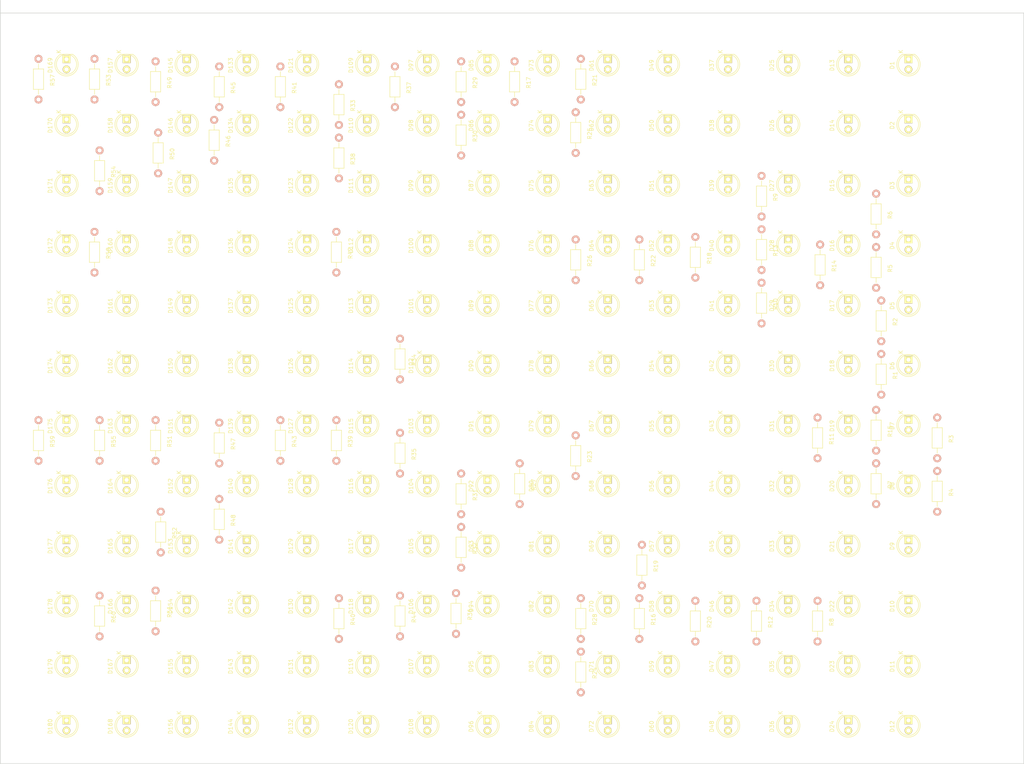
<source format=kicad_pcb>
(kicad_pcb (version 20160815) (host pcbnew "(2016-08-15 BZR 7057)-product")
  (layers (0 F.Cu signal) (31 B.Cu signal) (34 B.Paste user) (35 F.Paste user) (36 B.SilkS user) (37 F.SilkS user) (38 B.Mask user) (39 F.Mask user) (44 Edge.Cuts user))
  (net 0 "")
  (net 1 "Net-(D119-Pad2)")
  (net 2 "Net-(D1-Pad1)")
  (net 3 "Net-(D1-Pad2)")
  (net 4 "Net-(D2-Pad2)")
  (net 5 GNDREF)
  (net 6 "Net-(D4-Pad1)")
  (net 7 "Net-(D4-Pad2)")
  (net 8 "Net-(D5-Pad2)")
  (net 9 "Net-(D7-Pad1)")
  (net 10 "Net-(D7-Pad2)")
  (net 11 "Net-(D8-Pad2)")
  (net 12 "Net-(D10-Pad1)")
  (net 13 "Net-(D10-Pad2)")
  (net 14 "Net-(D11-Pad2)")
  (net 15 "Net-(D13-Pad1)")
  (net 16 "Net-(D13-Pad2)")
  (net 17 "Net-(D14-Pad2)")
  (net 18 "Net-(D16-Pad1)")
  (net 19 "Net-(D16-Pad2)")
  (net 20 "Net-(D17-Pad2)")
  (net 21 "Net-(D19-Pad1)")
  (net 22 "Net-(D19-Pad2)")
  (net 23 "Net-(D20-Pad2)")
  (net 24 "Net-(D22-Pad1)")
  (net 25 "Net-(D22-Pad2)")
  (net 26 "Net-(D23-Pad2)")
  (net 27 "Net-(D25-Pad1)")
  (net 28 "Net-(D25-Pad2)")
  (net 29 "Net-(D26-Pad2)")
  (net 30 "Net-(D28-Pad1)")
  (net 31 "Net-(D28-Pad2)")
  (net 32 "Net-(D29-Pad2)")
  (net 33 "Net-(D31-Pad1)")
  (net 34 "Net-(D31-Pad2)")
  (net 35 "Net-(D32-Pad2)")
  (net 36 "Net-(D34-Pad1)")
  (net 37 "Net-(D34-Pad2)")
  (net 38 "Net-(D35-Pad2)")
  (net 39 "Net-(D37-Pad1)")
  (net 40 "Net-(D37-Pad2)")
  (net 41 "Net-(D38-Pad2)")
  (net 42 "Net-(D40-Pad1)")
  (net 43 "Net-(D40-Pad2)")
  (net 44 "Net-(D41-Pad2)")
  (net 45 "Net-(D43-Pad1)")
  (net 46 "Net-(D43-Pad2)")
  (net 47 "Net-(D44-Pad2)")
  (net 48 "Net-(D46-Pad1)")
  (net 49 "Net-(D46-Pad2)")
  (net 50 "Net-(D47-Pad2)")
  (net 51 "Net-(D49-Pad1)")
  (net 52 "Net-(D49-Pad2)")
  (net 53 "Net-(D50-Pad2)")
  (net 54 "Net-(D52-Pad1)")
  (net 55 "Net-(D52-Pad2)")
  (net 56 "Net-(D53-Pad2)")
  (net 57 "Net-(D55-Pad1)")
  (net 58 "Net-(D55-Pad2)")
  (net 59 "Net-(D56-Pad2)")
  (net 60 "Net-(D58-Pad1)")
  (net 61 "Net-(D58-Pad2)")
  (net 62 "Net-(D59-Pad2)")
  (net 63 "Net-(D61-Pad1)")
  (net 64 "Net-(D61-Pad2)")
  (net 65 "Net-(D62-Pad2)")
  (net 66 "Net-(D64-Pad1)")
  (net 67 "Net-(D64-Pad2)")
  (net 68 "Net-(D65-Pad2)")
  (net 69 "Net-(D67-Pad1)")
  (net 70 "Net-(D67-Pad2)")
  (net 71 "Net-(D68-Pad2)")
  (net 72 "Net-(D70-Pad1)")
  (net 73 "Net-(D70-Pad2)")
  (net 74 "Net-(D71-Pad2)")
  (net 75 "Net-(D73-Pad1)")
  (net 76 "Net-(D73-Pad2)")
  (net 77 "Net-(D74-Pad2)")
  (net 78 "Net-(D76-Pad1)")
  (net 79 "Net-(D76-Pad2)")
  (net 80 "Net-(D77-Pad2)")
  (net 81 "Net-(D79-Pad1)")
  (net 82 "Net-(D79-Pad2)")
  (net 83 "Net-(D80-Pad2)")
  (net 84 "Net-(D82-Pad1)")
  (net 85 "Net-(D82-Pad2)")
  (net 86 "Net-(D83-Pad2)")
  (net 87 "Net-(D85-Pad1)")
  (net 88 "Net-(D85-Pad2)")
  (net 89 "Net-(D86-Pad2)")
  (net 90 "Net-(D88-Pad1)")
  (net 91 "Net-(D88-Pad2)")
  (net 92 "Net-(D89-Pad2)")
  (net 93 "Net-(D91-Pad1)")
  (net 94 "Net-(D91-Pad2)")
  (net 95 "Net-(D92-Pad2)")
  (net 96 "Net-(D94-Pad1)")
  (net 97 "Net-(D94-Pad2)")
  (net 98 "Net-(D95-Pad2)")
  (net 99 "Net-(D97-Pad1)")
  (net 100 "Net-(D97-Pad2)")
  (net 101 "Net-(D98-Pad2)")
  (net 102 "Net-(D100-Pad1)")
  (net 103 "Net-(D100-Pad2)")
  (net 104 "Net-(D101-Pad2)")
  (net 105 "Net-(D103-Pad1)")
  (net 106 "Net-(D103-Pad2)")
  (net 107 "Net-(D104-Pad2)")
  (net 108 "Net-(D106-Pad1)")
  (net 109 "Net-(D106-Pad2)")
  (net 110 "Net-(D107-Pad2)")
  (net 111 "Net-(D109-Pad1)")
  (net 112 "Net-(D109-Pad2)")
  (net 113 "Net-(D110-Pad2)")
  (net 114 "Net-(D112-Pad1)")
  (net 115 "Net-(D112-Pad2)")
  (net 116 "Net-(D113-Pad2)")
  (net 117 "Net-(D115-Pad1)")
  (net 118 "Net-(D115-Pad2)")
  (net 119 "Net-(D116-Pad2)")
  (net 120 "Net-(D118-Pad1)")
  (net 121 "Net-(D118-Pad2)")
  (net 122 "Net-(D121-Pad1)")
  (net 123 "Net-(D121-Pad2)")
  (net 124 "Net-(D122-Pad2)")
  (net 125 "Net-(D124-Pad1)")
  (net 126 "Net-(D124-Pad2)")
  (net 127 "Net-(D125-Pad2)")
  (net 128 "Net-(D127-Pad1)")
  (net 129 "Net-(D127-Pad2)")
  (net 130 "Net-(D128-Pad2)")
  (net 131 "Net-(D130-Pad1)")
  (net 132 "Net-(D130-Pad2)")
  (net 133 "Net-(D131-Pad2)")
  (net 134 "Net-(D133-Pad1)")
  (net 135 "Net-(D133-Pad2)")
  (net 136 "Net-(D134-Pad2)")
  (net 137 "Net-(D136-Pad1)")
  (net 138 "Net-(D136-Pad2)")
  (net 139 "Net-(D137-Pad2)")
  (net 140 "Net-(D139-Pad1)")
  (net 141 "Net-(D139-Pad2)")
  (net 142 "Net-(D140-Pad2)")
  (net 143 "Net-(D142-Pad1)")
  (net 144 "Net-(D142-Pad2)")
  (net 145 "Net-(D143-Pad2)")
  (net 146 "Net-(D145-Pad1)")
  (net 147 "Net-(D145-Pad2)")
  (net 148 "Net-(D146-Pad2)")
  (net 149 "Net-(D148-Pad1)")
  (net 150 "Net-(D148-Pad2)")
  (net 151 "Net-(D149-Pad2)")
  (net 152 "Net-(D151-Pad1)")
  (net 153 "Net-(D151-Pad2)")
  (net 154 "Net-(D152-Pad2)")
  (net 155 "Net-(D154-Pad1)")
  (net 156 "Net-(D154-Pad2)")
  (net 157 "Net-(D155-Pad2)")
  (net 158 "Net-(D157-Pad1)")
  (net 159 "Net-(D157-Pad2)")
  (net 160 "Net-(D158-Pad2)")
  (net 161 "Net-(D160-Pad1)")
  (net 162 "Net-(D160-Pad2)")
  (net 163 "Net-(D161-Pad2)")
  (net 164 "Net-(D163-Pad1)")
  (net 165 "Net-(D163-Pad2)")
  (net 166 "Net-(D164-Pad2)")
  (net 167 "Net-(D166-Pad1)")
  (net 168 "Net-(D166-Pad2)")
  (net 169 "Net-(D167-Pad2)")
  (net 170 "Net-(D169-Pad1)")
  (net 171 "Net-(D169-Pad2)")
  (net 172 "Net-(D170-Pad2)")
  (net 173 "Net-(D172-Pad1)")
  (net 174 "Net-(D172-Pad2)")
  (net 175 "Net-(D173-Pad2)")
  (net 176 "Net-(D175-Pad1)")
  (net 177 "Net-(D175-Pad2)")
  (net 178 "Net-(D176-Pad2)")
  (net 179 "Net-(D178-Pad1)")
  (net 180 "Net-(D178-Pad2)")
  (net 181 "Net-(D179-Pad2)")
  (net 182 +12V)
  (module LEDs:LED-5MM (layer F.Cu) (at 249.37 75.03 270)
    (fp_text reference D1 (at 1.524 4.064 270) (layer F.SilkS))
    (fp_text value LED)
    (fp_text user K (at -1.905 1.905 270) (layer F.SilkS))
    (pad 1 thru_hole rect (at 0 0 180) (size 2 1.9) (drill 1.00076) (layers *.Cu *.Mask F.SilkS) (net 2 "Net-(D1-Pad1)"))
    (pad 2 thru_hole circle (at 2.54 0 270) (size 1.9 1.9) (drill 1.00076) (layers *.Cu *.Mask F.SilkS) (net 3 "Net-(D1-Pad2)"))
  )
  (module LEDs:LED-5MM (layer F.Cu) (at 249.37 90.03 270)
    (fp_text reference D2 (at 1.524 4.064 270) (layer F.SilkS))
    (fp_text value LED)
    (fp_text user K (at -1.905 1.905 270) (layer F.SilkS))
    (pad 1 thru_hole rect (at 0 0 180) (size 2 1.9) (drill 1.00076) (layers *.Cu *.Mask F.SilkS) (net 3 "Net-(D1-Pad2)"))
    (pad 2 thru_hole circle (at 2.54 0 270) (size 1.9 1.9) (drill 1.00076) (layers *.Cu *.Mask F.SilkS) (net 4 "Net-(D2-Pad2)"))
  )
  (module LEDs:LED-5MM (layer F.Cu) (at 249.37 105.03 270)
    (fp_text reference D3 (at 1.524 4.064 270) (layer F.SilkS))
    (fp_text value LED)
    (fp_text user K (at -1.905 1.905 270) (layer F.SilkS))
    (pad 1 thru_hole rect (at 0 0 180) (size 2 1.9) (drill 1.00076) (layers *.Cu *.Mask F.SilkS) (net 4 "Net-(D2-Pad2)"))
    (pad 2 thru_hole circle (at 2.54 0 270) (size 1.9 1.9) (drill 1.00076) (layers *.Cu *.Mask F.SilkS) (net 5 GNDREF))
  )
  (module LEDs:LED-5MM (layer F.Cu) (at 249.37 120.03 270)
    (fp_text reference D4 (at 1.524 4.064 270) (layer F.SilkS))
    (fp_text value LED)
    (fp_text user K (at -1.905 1.905 270) (layer F.SilkS))
    (pad 1 thru_hole rect (at 0 0 180) (size 2 1.9) (drill 1.00076) (layers *.Cu *.Mask F.SilkS) (net 6 "Net-(D4-Pad1)"))
    (pad 2 thru_hole circle (at 2.54 0 270) (size 1.9 1.9) (drill 1.00076) (layers *.Cu *.Mask F.SilkS) (net 7 "Net-(D4-Pad2)"))
  )
  (module LEDs:LED-5MM (layer F.Cu) (at 249.37 135.03 270)
    (fp_text reference D5 (at 1.524 4.064 270) (layer F.SilkS))
    (fp_text value LED)
    (fp_text user K (at -1.905 1.905 270) (layer F.SilkS))
    (pad 1 thru_hole rect (at 0 0 180) (size 2 1.9) (drill 1.00076) (layers *.Cu *.Mask F.SilkS) (net 7 "Net-(D4-Pad2)"))
    (pad 2 thru_hole circle (at 2.54 0 270) (size 1.9 1.9) (drill 1.00076) (layers *.Cu *.Mask F.SilkS) (net 8 "Net-(D5-Pad2)"))
  )
  (module LEDs:LED-5MM (layer F.Cu) (at 249.37 150.03 270)
    (fp_text reference D6 (at 1.524 4.064 270) (layer F.SilkS))
    (fp_text value LED)
    (fp_text user K (at -1.905 1.905 270) (layer F.SilkS))
    (pad 1 thru_hole rect (at 0 0 180) (size 2 1.9) (drill 1.00076) (layers *.Cu *.Mask F.SilkS) (net 8 "Net-(D5-Pad2)"))
    (pad 2 thru_hole circle (at 2.54 0 270) (size 1.9 1.9) (drill 1.00076) (layers *.Cu *.Mask F.SilkS) (net 5 GNDREF))
  )
  (module LEDs:LED-5MM (layer F.Cu) (at 249.37 165.03 270)
    (fp_text reference D7 (at 1.524 4.064 270) (layer F.SilkS))
    (fp_text value LED)
    (fp_text user K (at -1.905 1.905 270) (layer F.SilkS))
    (pad 1 thru_hole rect (at 0 0 180) (size 2 1.9) (drill 1.00076) (layers *.Cu *.Mask F.SilkS) (net 9 "Net-(D7-Pad1)"))
    (pad 2 thru_hole circle (at 2.54 0 270) (size 1.9 1.9) (drill 1.00076) (layers *.Cu *.Mask F.SilkS) (net 10 "Net-(D7-Pad2)"))
  )
  (module LEDs:LED-5MM (layer F.Cu) (at 249.37 180.03 270)
    (fp_text reference D8 (at 1.524 4.064 270) (layer F.SilkS))
    (fp_text value LED)
    (fp_text user K (at -1.905 1.905 270) (layer F.SilkS))
    (pad 1 thru_hole rect (at 0 0 180) (size 2 1.9) (drill 1.00076) (layers *.Cu *.Mask F.SilkS) (net 10 "Net-(D7-Pad2)"))
    (pad 2 thru_hole circle (at 2.54 0 270) (size 1.9 1.9) (drill 1.00076) (layers *.Cu *.Mask F.SilkS) (net 11 "Net-(D8-Pad2)"))
  )
  (module LEDs:LED-5MM (layer F.Cu) (at 249.37 195.03 270)
    (fp_text reference D9 (at 1.524 4.064 270) (layer F.SilkS))
    (fp_text value LED)
    (fp_text user K (at -1.905 1.905 270) (layer F.SilkS))
    (pad 1 thru_hole rect (at 0 0 180) (size 2 1.9) (drill 1.00076) (layers *.Cu *.Mask F.SilkS) (net 11 "Net-(D8-Pad2)"))
    (pad 2 thru_hole circle (at 2.54 0 270) (size 1.9 1.9) (drill 1.00076) (layers *.Cu *.Mask F.SilkS) (net 5 GNDREF))
  )
  (module LEDs:LED-5MM (layer F.Cu) (at 249.37 210.03 270)
    (fp_text reference D10 (at 1.524 4.064 270) (layer F.SilkS))
    (fp_text value LED)
    (fp_text user K (at -1.905 1.905 270) (layer F.SilkS))
    (pad 1 thru_hole rect (at 0 0 180) (size 2 1.9) (drill 1.00076) (layers *.Cu *.Mask F.SilkS) (net 12 "Net-(D10-Pad1)"))
    (pad 2 thru_hole circle (at 2.54 0 270) (size 1.9 1.9) (drill 1.00076) (layers *.Cu *.Mask F.SilkS) (net 13 "Net-(D10-Pad2)"))
  )
  (module LEDs:LED-5MM (layer F.Cu) (at 249.37 225.03 270)
    (fp_text reference D11 (at 1.524 4.064 270) (layer F.SilkS))
    (fp_text value LED)
    (fp_text user K (at -1.905 1.905 270) (layer F.SilkS))
    (pad 1 thru_hole rect (at 0 0 180) (size 2 1.9) (drill 1.00076) (layers *.Cu *.Mask F.SilkS) (net 13 "Net-(D10-Pad2)"))
    (pad 2 thru_hole circle (at 2.54 0 270) (size 1.9 1.9) (drill 1.00076) (layers *.Cu *.Mask F.SilkS) (net 14 "Net-(D11-Pad2)"))
  )
  (module LEDs:LED-5MM (layer F.Cu) (at 249.37 240.03 270)
    (fp_text reference D12 (at 1.524 4.064 270) (layer F.SilkS))
    (fp_text value LED)
    (fp_text user K (at -1.905 1.905 270) (layer F.SilkS))
    (pad 1 thru_hole rect (at 0 0 180) (size 2 1.9) (drill 1.00076) (layers *.Cu *.Mask F.SilkS) (net 14 "Net-(D11-Pad2)"))
    (pad 2 thru_hole circle (at 2.54 0 270) (size 1.9 1.9) (drill 1.00076) (layers *.Cu *.Mask F.SilkS) (net 5 GNDREF))
  )
  (module LEDs:LED-5MM (layer F.Cu) (at 234.37 75.03 270)
    (fp_text reference D13 (at 1.524 4.064 270) (layer F.SilkS))
    (fp_text value LED)
    (fp_text user K (at -1.905 1.905 270) (layer F.SilkS))
    (pad 1 thru_hole rect (at 0 0 180) (size 2 1.9) (drill 1.00076) (layers *.Cu *.Mask F.SilkS) (net 15 "Net-(D13-Pad1)"))
    (pad 2 thru_hole circle (at 2.54 0 270) (size 1.9 1.9) (drill 1.00076) (layers *.Cu *.Mask F.SilkS) (net 16 "Net-(D13-Pad2)"))
  )
  (module LEDs:LED-5MM (layer F.Cu) (at 234.37 90.03 270)
    (fp_text reference D14 (at 1.524 4.064 270) (layer F.SilkS))
    (fp_text value LED)
    (fp_text user K (at -1.905 1.905 270) (layer F.SilkS))
    (pad 1 thru_hole rect (at 0 0 180) (size 2 1.9) (drill 1.00076) (layers *.Cu *.Mask F.SilkS) (net 16 "Net-(D13-Pad2)"))
    (pad 2 thru_hole circle (at 2.54 0 270) (size 1.9 1.9) (drill 1.00076) (layers *.Cu *.Mask F.SilkS) (net 17 "Net-(D14-Pad2)"))
  )
  (module LEDs:LED-5MM (layer F.Cu) (at 234.37 105.03 270)
    (fp_text reference D15 (at 1.524 4.064 270) (layer F.SilkS))
    (fp_text value LED)
    (fp_text user K (at -1.905 1.905 270) (layer F.SilkS))
    (pad 1 thru_hole rect (at 0 0 180) (size 2 1.9) (drill 1.00076) (layers *.Cu *.Mask F.SilkS) (net 17 "Net-(D14-Pad2)"))
    (pad 2 thru_hole circle (at 2.54 0 270) (size 1.9 1.9) (drill 1.00076) (layers *.Cu *.Mask F.SilkS) (net 5 GNDREF))
  )
  (module LEDs:LED-5MM (layer F.Cu) (at 234.37 120.03 270)
    (fp_text reference D16 (at 1.524 4.064 270) (layer F.SilkS))
    (fp_text value LED)
    (fp_text user K (at -1.905 1.905 270) (layer F.SilkS))
    (pad 1 thru_hole rect (at 0 0 180) (size 2 1.9) (drill 1.00076) (layers *.Cu *.Mask F.SilkS) (net 18 "Net-(D16-Pad1)"))
    (pad 2 thru_hole circle (at 2.54 0 270) (size 1.9 1.9) (drill 1.00076) (layers *.Cu *.Mask F.SilkS) (net 19 "Net-(D16-Pad2)"))
  )
  (module LEDs:LED-5MM (layer F.Cu) (at 234.37 135.03 270)
    (fp_text reference D17 (at 1.524 4.064 270) (layer F.SilkS))
    (fp_text value LED)
    (fp_text user K (at -1.905 1.905 270) (layer F.SilkS))
    (pad 1 thru_hole rect (at 0 0 180) (size 2 1.9) (drill 1.00076) (layers *.Cu *.Mask F.SilkS) (net 19 "Net-(D16-Pad2)"))
    (pad 2 thru_hole circle (at 2.54 0 270) (size 1.9 1.9) (drill 1.00076) (layers *.Cu *.Mask F.SilkS) (net 20 "Net-(D17-Pad2)"))
  )
  (module LEDs:LED-5MM (layer F.Cu) (at 234.37 150.03 270)
    (fp_text reference D18 (at 1.524 4.064 270) (layer F.SilkS))
    (fp_text value LED)
    (fp_text user K (at -1.905 1.905 270) (layer F.SilkS))
    (pad 1 thru_hole rect (at 0 0 180) (size 2 1.9) (drill 1.00076) (layers *.Cu *.Mask F.SilkS) (net 20 "Net-(D17-Pad2)"))
    (pad 2 thru_hole circle (at 2.54 0 270) (size 1.9 1.9) (drill 1.00076) (layers *.Cu *.Mask F.SilkS) (net 5 GNDREF))
  )
  (module LEDs:LED-5MM (layer F.Cu) (at 234.37 165.03 270)
    (fp_text reference D19 (at 1.524 4.064 270) (layer F.SilkS))
    (fp_text value LED)
    (fp_text user K (at -1.905 1.905 270) (layer F.SilkS))
    (pad 1 thru_hole rect (at 0 0 180) (size 2 1.9) (drill 1.00076) (layers *.Cu *.Mask F.SilkS) (net 21 "Net-(D19-Pad1)"))
    (pad 2 thru_hole circle (at 2.54 0 270) (size 1.9 1.9) (drill 1.00076) (layers *.Cu *.Mask F.SilkS) (net 22 "Net-(D19-Pad2)"))
  )
  (module LEDs:LED-5MM (layer F.Cu) (at 234.37 180.03 270)
    (fp_text reference D20 (at 1.524 4.064 270) (layer F.SilkS))
    (fp_text value LED)
    (fp_text user K (at -1.905 1.905 270) (layer F.SilkS))
    (pad 1 thru_hole rect (at 0 0 180) (size 2 1.9) (drill 1.00076) (layers *.Cu *.Mask F.SilkS) (net 22 "Net-(D19-Pad2)"))
    (pad 2 thru_hole circle (at 2.54 0 270) (size 1.9 1.9) (drill 1.00076) (layers *.Cu *.Mask F.SilkS) (net 23 "Net-(D20-Pad2)"))
  )
  (module LEDs:LED-5MM (layer F.Cu) (at 234.37 195.03 270)
    (fp_text reference D21 (at 1.524 4.064 270) (layer F.SilkS))
    (fp_text value LED)
    (fp_text user K (at -1.905 1.905 270) (layer F.SilkS))
    (pad 1 thru_hole rect (at 0 0 180) (size 2 1.9) (drill 1.00076) (layers *.Cu *.Mask F.SilkS) (net 23 "Net-(D20-Pad2)"))
    (pad 2 thru_hole circle (at 2.54 0 270) (size 1.9 1.9) (drill 1.00076) (layers *.Cu *.Mask F.SilkS) (net 5 GNDREF))
  )
  (module LEDs:LED-5MM (layer F.Cu) (at 234.37 210.03 270)
    (fp_text reference D22 (at 1.524 4.064 270) (layer F.SilkS))
    (fp_text value LED)
    (fp_text user K (at -1.905 1.905 270) (layer F.SilkS))
    (pad 1 thru_hole rect (at 0 0 180) (size 2 1.9) (drill 1.00076) (layers *.Cu *.Mask F.SilkS) (net 24 "Net-(D22-Pad1)"))
    (pad 2 thru_hole circle (at 2.54 0 270) (size 1.9 1.9) (drill 1.00076) (layers *.Cu *.Mask F.SilkS) (net 25 "Net-(D22-Pad2)"))
  )
  (module LEDs:LED-5MM (layer F.Cu) (at 234.37 225.03 270)
    (fp_text reference D23 (at 1.524 4.064 270) (layer F.SilkS))
    (fp_text value LED)
    (fp_text user K (at -1.905 1.905 270) (layer F.SilkS))
    (pad 1 thru_hole rect (at 0 0 180) (size 2 1.9) (drill 1.00076) (layers *.Cu *.Mask F.SilkS) (net 25 "Net-(D22-Pad2)"))
    (pad 2 thru_hole circle (at 2.54 0 270) (size 1.9 1.9) (drill 1.00076) (layers *.Cu *.Mask F.SilkS) (net 26 "Net-(D23-Pad2)"))
  )
  (module LEDs:LED-5MM (layer F.Cu) (at 234.37 240.03 270)
    (fp_text reference D24 (at 1.524 4.064 270) (layer F.SilkS))
    (fp_text value LED)
    (fp_text user K (at -1.905 1.905 270) (layer F.SilkS))
    (pad 1 thru_hole rect (at 0 0 180) (size 2 1.9) (drill 1.00076) (layers *.Cu *.Mask F.SilkS) (net 26 "Net-(D23-Pad2)"))
    (pad 2 thru_hole circle (at 2.54 0 270) (size 1.9 1.9) (drill 1.00076) (layers *.Cu *.Mask F.SilkS) (net 5 GNDREF))
  )
  (module LEDs:LED-5MM (layer F.Cu) (at 219.37 75.03 270)
    (fp_text reference D25 (at 1.524 4.064 270) (layer F.SilkS))
    (fp_text value LED)
    (fp_text user K (at -1.905 1.905 270) (layer F.SilkS))
    (pad 1 thru_hole rect (at 0 0 180) (size 2 1.9) (drill 1.00076) (layers *.Cu *.Mask F.SilkS) (net 27 "Net-(D25-Pad1)"))
    (pad 2 thru_hole circle (at 2.54 0 270) (size 1.9 1.9) (drill 1.00076) (layers *.Cu *.Mask F.SilkS) (net 28 "Net-(D25-Pad2)"))
  )
  (module LEDs:LED-5MM (layer F.Cu) (at 219.37 90.03 270)
    (fp_text reference D26 (at 1.524 4.064 270) (layer F.SilkS))
    (fp_text value LED)
    (fp_text user K (at -1.905 1.905 270) (layer F.SilkS))
    (pad 1 thru_hole rect (at 0 0 180) (size 2 1.9) (drill 1.00076) (layers *.Cu *.Mask F.SilkS) (net 28 "Net-(D25-Pad2)"))
    (pad 2 thru_hole circle (at 2.54 0 270) (size 1.9 1.9) (drill 1.00076) (layers *.Cu *.Mask F.SilkS) (net 29 "Net-(D26-Pad2)"))
  )
  (module LEDs:LED-5MM (layer F.Cu) (at 219.37 105.03 270)
    (fp_text reference D27 (at 1.524 4.064 270) (layer F.SilkS))
    (fp_text value LED)
    (fp_text user K (at -1.905 1.905 270) (layer F.SilkS))
    (pad 1 thru_hole rect (at 0 0 180) (size 2 1.9) (drill 1.00076) (layers *.Cu *.Mask F.SilkS) (net 29 "Net-(D26-Pad2)"))
    (pad 2 thru_hole circle (at 2.54 0 270) (size 1.9 1.9) (drill 1.00076) (layers *.Cu *.Mask F.SilkS) (net 5 GNDREF))
  )
  (module LEDs:LED-5MM (layer F.Cu) (at 219.37 120.03 270)
    (fp_text reference D28 (at 1.524 4.064 270) (layer F.SilkS))
    (fp_text value LED)
    (fp_text user K (at -1.905 1.905 270) (layer F.SilkS))
    (pad 1 thru_hole rect (at 0 0 180) (size 2 1.9) (drill 1.00076) (layers *.Cu *.Mask F.SilkS) (net 30 "Net-(D28-Pad1)"))
    (pad 2 thru_hole circle (at 2.54 0 270) (size 1.9 1.9) (drill 1.00076) (layers *.Cu *.Mask F.SilkS) (net 31 "Net-(D28-Pad2)"))
  )
  (module LEDs:LED-5MM (layer F.Cu) (at 219.37 135.03 270)
    (fp_text reference D29 (at 1.524 4.064 270) (layer F.SilkS))
    (fp_text value LED)
    (fp_text user K (at -1.905 1.905 270) (layer F.SilkS))
    (pad 1 thru_hole rect (at 0 0 180) (size 2 1.9) (drill 1.00076) (layers *.Cu *.Mask F.SilkS) (net 31 "Net-(D28-Pad2)"))
    (pad 2 thru_hole circle (at 2.54 0 270) (size 1.9 1.9) (drill 1.00076) (layers *.Cu *.Mask F.SilkS) (net 32 "Net-(D29-Pad2)"))
  )
  (module LEDs:LED-5MM (layer F.Cu) (at 219.37 150.03 270)
    (fp_text reference D30 (at 1.524 4.064 270) (layer F.SilkS))
    (fp_text value LED)
    (fp_text user K (at -1.905 1.905 270) (layer F.SilkS))
    (pad 1 thru_hole rect (at 0 0 180) (size 2 1.9) (drill 1.00076) (layers *.Cu *.Mask F.SilkS) (net 32 "Net-(D29-Pad2)"))
    (pad 2 thru_hole circle (at 2.54 0 270) (size 1.9 1.9) (drill 1.00076) (layers *.Cu *.Mask F.SilkS) (net 5 GNDREF))
  )
  (module LEDs:LED-5MM (layer F.Cu) (at 219.37 165.03 270)
    (fp_text reference D31 (at 1.524 4.064 270) (layer F.SilkS))
    (fp_text value LED)
    (fp_text user K (at -1.905 1.905 270) (layer F.SilkS))
    (pad 1 thru_hole rect (at 0 0 180) (size 2 1.9) (drill 1.00076) (layers *.Cu *.Mask F.SilkS) (net 33 "Net-(D31-Pad1)"))
    (pad 2 thru_hole circle (at 2.54 0 270) (size 1.9 1.9) (drill 1.00076) (layers *.Cu *.Mask F.SilkS) (net 34 "Net-(D31-Pad2)"))
  )
  (module LEDs:LED-5MM (layer F.Cu) (at 219.37 180.03 270)
    (fp_text reference D32 (at 1.524 4.064 270) (layer F.SilkS))
    (fp_text value LED)
    (fp_text user K (at -1.905 1.905 270) (layer F.SilkS))
    (pad 1 thru_hole rect (at 0 0 180) (size 2 1.9) (drill 1.00076) (layers *.Cu *.Mask F.SilkS) (net 34 "Net-(D31-Pad2)"))
    (pad 2 thru_hole circle (at 2.54 0 270) (size 1.9 1.9) (drill 1.00076) (layers *.Cu *.Mask F.SilkS) (net 35 "Net-(D32-Pad2)"))
  )
  (module LEDs:LED-5MM (layer F.Cu) (at 219.37 195.03 270)
    (fp_text reference D33 (at 1.524 4.064 270) (layer F.SilkS))
    (fp_text value LED)
    (fp_text user K (at -1.905 1.905 270) (layer F.SilkS))
    (pad 1 thru_hole rect (at 0 0 180) (size 2 1.9) (drill 1.00076) (layers *.Cu *.Mask F.SilkS) (net 35 "Net-(D32-Pad2)"))
    (pad 2 thru_hole circle (at 2.54 0 270) (size 1.9 1.9) (drill 1.00076) (layers *.Cu *.Mask F.SilkS) (net 5 GNDREF))
  )
  (module LEDs:LED-5MM (layer F.Cu) (at 219.37 210.03 270)
    (fp_text reference D34 (at 1.524 4.064 270) (layer F.SilkS))
    (fp_text value LED)
    (fp_text user K (at -1.905 1.905 270) (layer F.SilkS))
    (pad 1 thru_hole rect (at 0 0 180) (size 2 1.9) (drill 1.00076) (layers *.Cu *.Mask F.SilkS) (net 36 "Net-(D34-Pad1)"))
    (pad 2 thru_hole circle (at 2.54 0 270) (size 1.9 1.9) (drill 1.00076) (layers *.Cu *.Mask F.SilkS) (net 37 "Net-(D34-Pad2)"))
  )
  (module LEDs:LED-5MM (layer F.Cu) (at 219.37 225.03 270)
    (fp_text reference D35 (at 1.524 4.064 270) (layer F.SilkS))
    (fp_text value LED)
    (fp_text user K (at -1.905 1.905 270) (layer F.SilkS))
    (pad 1 thru_hole rect (at 0 0 180) (size 2 1.9) (drill 1.00076) (layers *.Cu *.Mask F.SilkS) (net 37 "Net-(D34-Pad2)"))
    (pad 2 thru_hole circle (at 2.54 0 270) (size 1.9 1.9) (drill 1.00076) (layers *.Cu *.Mask F.SilkS) (net 38 "Net-(D35-Pad2)"))
  )
  (module LEDs:LED-5MM (layer F.Cu) (at 219.37 240.03 270)
    (fp_text reference D36 (at 1.524 4.064 270) (layer F.SilkS))
    (fp_text value LED)
    (fp_text user K (at -1.905 1.905 270) (layer F.SilkS))
    (pad 1 thru_hole rect (at 0 0 180) (size 2 1.9) (drill 1.00076) (layers *.Cu *.Mask F.SilkS) (net 38 "Net-(D35-Pad2)"))
    (pad 2 thru_hole circle (at 2.54 0 270) (size 1.9 1.9) (drill 1.00076) (layers *.Cu *.Mask F.SilkS) (net 5 GNDREF))
  )
  (module LEDs:LED-5MM (layer F.Cu) (at 204.37 75.03 270)
    (fp_text reference D37 (at 1.524 4.064 270) (layer F.SilkS))
    (fp_text value LED)
    (fp_text user K (at -1.905 1.905 270) (layer F.SilkS))
    (pad 1 thru_hole rect (at 0 0 180) (size 2 1.9) (drill 1.00076) (layers *.Cu *.Mask F.SilkS) (net 39 "Net-(D37-Pad1)"))
    (pad 2 thru_hole circle (at 2.54 0 270) (size 1.9 1.9) (drill 1.00076) (layers *.Cu *.Mask F.SilkS) (net 40 "Net-(D37-Pad2)"))
  )
  (module LEDs:LED-5MM (layer F.Cu) (at 204.37 90.03 270)
    (fp_text reference D38 (at 1.524 4.064 270) (layer F.SilkS))
    (fp_text value LED)
    (fp_text user K (at -1.905 1.905 270) (layer F.SilkS))
    (pad 1 thru_hole rect (at 0 0 180) (size 2 1.9) (drill 1.00076) (layers *.Cu *.Mask F.SilkS) (net 40 "Net-(D37-Pad2)"))
    (pad 2 thru_hole circle (at 2.54 0 270) (size 1.9 1.9) (drill 1.00076) (layers *.Cu *.Mask F.SilkS) (net 41 "Net-(D38-Pad2)"))
  )
  (module LEDs:LED-5MM (layer F.Cu) (at 204.37 105.03 270)
    (fp_text reference D39 (at 1.524 4.064 270) (layer F.SilkS))
    (fp_text value LED)
    (fp_text user K (at -1.905 1.905 270) (layer F.SilkS))
    (pad 1 thru_hole rect (at 0 0 180) (size 2 1.9) (drill 1.00076) (layers *.Cu *.Mask F.SilkS) (net 41 "Net-(D38-Pad2)"))
    (pad 2 thru_hole circle (at 2.54 0 270) (size 1.9 1.9) (drill 1.00076) (layers *.Cu *.Mask F.SilkS) (net 5 GNDREF))
  )
  (module LEDs:LED-5MM (layer F.Cu) (at 204.37 120.03 270)
    (fp_text reference D40 (at 1.524 4.064 270) (layer F.SilkS))
    (fp_text value LED)
    (fp_text user K (at -1.905 1.905 270) (layer F.SilkS))
    (pad 1 thru_hole rect (at 0 0 180) (size 2 1.9) (drill 1.00076) (layers *.Cu *.Mask F.SilkS) (net 42 "Net-(D40-Pad1)"))
    (pad 2 thru_hole circle (at 2.54 0 270) (size 1.9 1.9) (drill 1.00076) (layers *.Cu *.Mask F.SilkS) (net 43 "Net-(D40-Pad2)"))
  )
  (module LEDs:LED-5MM (layer F.Cu) (at 204.37 135.03 270)
    (fp_text reference D41 (at 1.524 4.064 270) (layer F.SilkS))
    (fp_text value LED)
    (fp_text user K (at -1.905 1.905 270) (layer F.SilkS))
    (pad 1 thru_hole rect (at 0 0 180) (size 2 1.9) (drill 1.00076) (layers *.Cu *.Mask F.SilkS) (net 43 "Net-(D40-Pad2)"))
    (pad 2 thru_hole circle (at 2.54 0 270) (size 1.9 1.9) (drill 1.00076) (layers *.Cu *.Mask F.SilkS) (net 44 "Net-(D41-Pad2)"))
  )
  (module LEDs:LED-5MM (layer F.Cu) (at 204.37 150.03 270)
    (fp_text reference D42 (at 1.524 4.064 270) (layer F.SilkS))
    (fp_text value LED)
    (fp_text user K (at -1.905 1.905 270) (layer F.SilkS))
    (pad 1 thru_hole rect (at 0 0 180) (size 2 1.9) (drill 1.00076) (layers *.Cu *.Mask F.SilkS) (net 44 "Net-(D41-Pad2)"))
    (pad 2 thru_hole circle (at 2.54 0 270) (size 1.9 1.9) (drill 1.00076) (layers *.Cu *.Mask F.SilkS) (net 5 GNDREF))
  )
  (module LEDs:LED-5MM (layer F.Cu) (at 204.37 165.03 270)
    (fp_text reference D43 (at 1.524 4.064 270) (layer F.SilkS))
    (fp_text value LED)
    (fp_text user K (at -1.905 1.905 270) (layer F.SilkS))
    (pad 1 thru_hole rect (at 0 0 180) (size 2 1.9) (drill 1.00076) (layers *.Cu *.Mask F.SilkS) (net 45 "Net-(D43-Pad1)"))
    (pad 2 thru_hole circle (at 2.54 0 270) (size 1.9 1.9) (drill 1.00076) (layers *.Cu *.Mask F.SilkS) (net 46 "Net-(D43-Pad2)"))
  )
  (module LEDs:LED-5MM (layer F.Cu) (at 204.37 180.03 270)
    (fp_text reference D44 (at 1.524 4.064 270) (layer F.SilkS))
    (fp_text value LED)
    (fp_text user K (at -1.905 1.905 270) (layer F.SilkS))
    (pad 1 thru_hole rect (at 0 0 180) (size 2 1.9) (drill 1.00076) (layers *.Cu *.Mask F.SilkS) (net 46 "Net-(D43-Pad2)"))
    (pad 2 thru_hole circle (at 2.54 0 270) (size 1.9 1.9) (drill 1.00076) (layers *.Cu *.Mask F.SilkS) (net 47 "Net-(D44-Pad2)"))
  )
  (module LEDs:LED-5MM (layer F.Cu) (at 204.37 195.03 270)
    (fp_text reference D45 (at 1.524 4.064 270) (layer F.SilkS))
    (fp_text value LED)
    (fp_text user K (at -1.905 1.905 270) (layer F.SilkS))
    (pad 1 thru_hole rect (at 0 0 180) (size 2 1.9) (drill 1.00076) (layers *.Cu *.Mask F.SilkS) (net 47 "Net-(D44-Pad2)"))
    (pad 2 thru_hole circle (at 2.54 0 270) (size 1.9 1.9) (drill 1.00076) (layers *.Cu *.Mask F.SilkS) (net 5 GNDREF))
  )
  (module LEDs:LED-5MM (layer F.Cu) (at 204.37 210.03 270)
    (fp_text reference D46 (at 1.524 4.064 270) (layer F.SilkS))
    (fp_text value LED)
    (fp_text user K (at -1.905 1.905 270) (layer F.SilkS))
    (pad 1 thru_hole rect (at 0 0 180) (size 2 1.9) (drill 1.00076) (layers *.Cu *.Mask F.SilkS) (net 48 "Net-(D46-Pad1)"))
    (pad 2 thru_hole circle (at 2.54 0 270) (size 1.9 1.9) (drill 1.00076) (layers *.Cu *.Mask F.SilkS) (net 49 "Net-(D46-Pad2)"))
  )
  (module LEDs:LED-5MM (layer F.Cu) (at 204.37 225.03 270)
    (fp_text reference D47 (at 1.524 4.064 270) (layer F.SilkS))
    (fp_text value LED)
    (fp_text user K (at -1.905 1.905 270) (layer F.SilkS))
    (pad 1 thru_hole rect (at 0 0 180) (size 2 1.9) (drill 1.00076) (layers *.Cu *.Mask F.SilkS) (net 49 "Net-(D46-Pad2)"))
    (pad 2 thru_hole circle (at 2.54 0 270) (size 1.9 1.9) (drill 1.00076) (layers *.Cu *.Mask F.SilkS) (net 50 "Net-(D47-Pad2)"))
  )
  (module LEDs:LED-5MM (layer F.Cu) (at 204.37 240.03 270)
    (fp_text reference D48 (at 1.524 4.064 270) (layer F.SilkS))
    (fp_text value LED)
    (fp_text user K (at -1.905 1.905 270) (layer F.SilkS))
    (pad 1 thru_hole rect (at 0 0 180) (size 2 1.9) (drill 1.00076) (layers *.Cu *.Mask F.SilkS) (net 50 "Net-(D47-Pad2)"))
    (pad 2 thru_hole circle (at 2.54 0 270) (size 1.9 1.9) (drill 1.00076) (layers *.Cu *.Mask F.SilkS) (net 5 GNDREF))
  )
  (module LEDs:LED-5MM (layer F.Cu) (at 189.37 75.03 270)
    (fp_text reference D49 (at 1.524 4.064 270) (layer F.SilkS))
    (fp_text value LED)
    (fp_text user K (at -1.905 1.905 270) (layer F.SilkS))
    (pad 1 thru_hole rect (at 0 0 180) (size 2 1.9) (drill 1.00076) (layers *.Cu *.Mask F.SilkS) (net 51 "Net-(D49-Pad1)"))
    (pad 2 thru_hole circle (at 2.54 0 270) (size 1.9 1.9) (drill 1.00076) (layers *.Cu *.Mask F.SilkS) (net 52 "Net-(D49-Pad2)"))
  )
  (module LEDs:LED-5MM (layer F.Cu) (at 189.37 90.03 270)
    (fp_text reference D50 (at 1.524 4.064 270) (layer F.SilkS))
    (fp_text value LED)
    (fp_text user K (at -1.905 1.905 270) (layer F.SilkS))
    (pad 1 thru_hole rect (at 0 0 180) (size 2 1.9) (drill 1.00076) (layers *.Cu *.Mask F.SilkS) (net 52 "Net-(D49-Pad2)"))
    (pad 2 thru_hole circle (at 2.54 0 270) (size 1.9 1.9) (drill 1.00076) (layers *.Cu *.Mask F.SilkS) (net 53 "Net-(D50-Pad2)"))
  )
  (module LEDs:LED-5MM (layer F.Cu) (at 189.37 105.03 270)
    (fp_text reference D51 (at 1.524 4.064 270) (layer F.SilkS))
    (fp_text value LED)
    (fp_text user K (at -1.905 1.905 270) (layer F.SilkS))
    (pad 1 thru_hole rect (at 0 0 180) (size 2 1.9) (drill 1.00076) (layers *.Cu *.Mask F.SilkS) (net 53 "Net-(D50-Pad2)"))
    (pad 2 thru_hole circle (at 2.54 0 270) (size 1.9 1.9) (drill 1.00076) (layers *.Cu *.Mask F.SilkS) (net 5 GNDREF))
  )
  (module LEDs:LED-5MM (layer F.Cu) (at 189.37 120.03 270)
    (fp_text reference D52 (at 1.524 4.064 270) (layer F.SilkS))
    (fp_text value LED)
    (fp_text user K (at -1.905 1.905 270) (layer F.SilkS))
    (pad 1 thru_hole rect (at 0 0 180) (size 2 1.9) (drill 1.00076) (layers *.Cu *.Mask F.SilkS) (net 54 "Net-(D52-Pad1)"))
    (pad 2 thru_hole circle (at 2.54 0 270) (size 1.9 1.9) (drill 1.00076) (layers *.Cu *.Mask F.SilkS) (net 55 "Net-(D52-Pad2)"))
  )
  (module LEDs:LED-5MM (layer F.Cu) (at 189.37 135.03 270)
    (fp_text reference D53 (at 1.524 4.064 270) (layer F.SilkS))
    (fp_text value LED)
    (fp_text user K (at -1.905 1.905 270) (layer F.SilkS))
    (pad 1 thru_hole rect (at 0 0 180) (size 2 1.9) (drill 1.00076) (layers *.Cu *.Mask F.SilkS) (net 55 "Net-(D52-Pad2)"))
    (pad 2 thru_hole circle (at 2.54 0 270) (size 1.9 1.9) (drill 1.00076) (layers *.Cu *.Mask F.SilkS) (net 56 "Net-(D53-Pad2)"))
  )
  (module LEDs:LED-5MM (layer F.Cu) (at 189.37 150.03 270)
    (fp_text reference D54 (at 1.524 4.064 270) (layer F.SilkS))
    (fp_text value LED)
    (fp_text user K (at -1.905 1.905 270) (layer F.SilkS))
    (pad 1 thru_hole rect (at 0 0 180) (size 2 1.9) (drill 1.00076) (layers *.Cu *.Mask F.SilkS) (net 56 "Net-(D53-Pad2)"))
    (pad 2 thru_hole circle (at 2.54 0 270) (size 1.9 1.9) (drill 1.00076) (layers *.Cu *.Mask F.SilkS) (net 5 GNDREF))
  )
  (module LEDs:LED-5MM (layer F.Cu) (at 189.37 165.03 270)
    (fp_text reference D55 (at 1.524 4.064 270) (layer F.SilkS))
    (fp_text value LED)
    (fp_text user K (at -1.905 1.905 270) (layer F.SilkS))
    (pad 1 thru_hole rect (at 0 0 180) (size 2 1.9) (drill 1.00076) (layers *.Cu *.Mask F.SilkS) (net 57 "Net-(D55-Pad1)"))
    (pad 2 thru_hole circle (at 2.54 0 270) (size 1.9 1.9) (drill 1.00076) (layers *.Cu *.Mask F.SilkS) (net 58 "Net-(D55-Pad2)"))
  )
  (module LEDs:LED-5MM (layer F.Cu) (at 189.37 180.03 270)
    (fp_text reference D56 (at 1.524 4.064 270) (layer F.SilkS))
    (fp_text value LED)
    (fp_text user K (at -1.905 1.905 270) (layer F.SilkS))
    (pad 1 thru_hole rect (at 0 0 180) (size 2 1.9) (drill 1.00076) (layers *.Cu *.Mask F.SilkS) (net 58 "Net-(D55-Pad2)"))
    (pad 2 thru_hole circle (at 2.54 0 270) (size 1.9 1.9) (drill 1.00076) (layers *.Cu *.Mask F.SilkS) (net 59 "Net-(D56-Pad2)"))
  )
  (module LEDs:LED-5MM (layer F.Cu) (at 189.37 195.03 270)
    (fp_text reference D57 (at 1.524 4.064 270) (layer F.SilkS))
    (fp_text value LED)
    (fp_text user K (at -1.905 1.905 270) (layer F.SilkS))
    (pad 1 thru_hole rect (at 0 0 180) (size 2 1.9) (drill 1.00076) (layers *.Cu *.Mask F.SilkS) (net 59 "Net-(D56-Pad2)"))
    (pad 2 thru_hole circle (at 2.54 0 270) (size 1.9 1.9) (drill 1.00076) (layers *.Cu *.Mask F.SilkS) (net 5 GNDREF))
  )
  (module LEDs:LED-5MM (layer F.Cu) (at 189.37 210.03 270)
    (fp_text reference D58 (at 1.524 4.064 270) (layer F.SilkS))
    (fp_text value LED)
    (fp_text user K (at -1.905 1.905 270) (layer F.SilkS))
    (pad 1 thru_hole rect (at 0 0 180) (size 2 1.9) (drill 1.00076) (layers *.Cu *.Mask F.SilkS) (net 60 "Net-(D58-Pad1)"))
    (pad 2 thru_hole circle (at 2.54 0 270) (size 1.9 1.9) (drill 1.00076) (layers *.Cu *.Mask F.SilkS) (net 61 "Net-(D58-Pad2)"))
  )
  (module LEDs:LED-5MM (layer F.Cu) (at 189.37 225.03 270)
    (fp_text reference D59 (at 1.524 4.064 270) (layer F.SilkS))
    (fp_text value LED)
    (fp_text user K (at -1.905 1.905 270) (layer F.SilkS))
    (pad 1 thru_hole rect (at 0 0 180) (size 2 1.9) (drill 1.00076) (layers *.Cu *.Mask F.SilkS) (net 61 "Net-(D58-Pad2)"))
    (pad 2 thru_hole circle (at 2.54 0 270) (size 1.9 1.9) (drill 1.00076) (layers *.Cu *.Mask F.SilkS) (net 62 "Net-(D59-Pad2)"))
  )
  (module LEDs:LED-5MM (layer F.Cu) (at 189.37 240.03 270)
    (fp_text reference D60 (at 1.524 4.064 270) (layer F.SilkS))
    (fp_text value LED)
    (fp_text user K (at -1.905 1.905 270) (layer F.SilkS))
    (pad 1 thru_hole rect (at 0 0 180) (size 2 1.9) (drill 1.00076) (layers *.Cu *.Mask F.SilkS) (net 62 "Net-(D59-Pad2)"))
    (pad 2 thru_hole circle (at 2.54 0 270) (size 1.9 1.9) (drill 1.00076) (layers *.Cu *.Mask F.SilkS) (net 5 GNDREF))
  )
  (module LEDs:LED-5MM (layer F.Cu) (at 174.37 75.03 270)
    (fp_text reference D61 (at 1.524 4.064 270) (layer F.SilkS))
    (fp_text value LED)
    (fp_text user K (at -1.905 1.905 270) (layer F.SilkS))
    (pad 1 thru_hole rect (at 0 0 180) (size 2 1.9) (drill 1.00076) (layers *.Cu *.Mask F.SilkS) (net 63 "Net-(D61-Pad1)"))
    (pad 2 thru_hole circle (at 2.54 0 270) (size 1.9 1.9) (drill 1.00076) (layers *.Cu *.Mask F.SilkS) (net 64 "Net-(D61-Pad2)"))
  )
  (module LEDs:LED-5MM (layer F.Cu) (at 174.37 90.03 270)
    (fp_text reference D62 (at 1.524 4.064 270) (layer F.SilkS))
    (fp_text value LED)
    (fp_text user K (at -1.905 1.905 270) (layer F.SilkS))
    (pad 1 thru_hole rect (at 0 0 180) (size 2 1.9) (drill 1.00076) (layers *.Cu *.Mask F.SilkS) (net 64 "Net-(D61-Pad2)"))
    (pad 2 thru_hole circle (at 2.54 0 270) (size 1.9 1.9) (drill 1.00076) (layers *.Cu *.Mask F.SilkS) (net 65 "Net-(D62-Pad2)"))
  )
  (module LEDs:LED-5MM (layer F.Cu) (at 174.37 105.03 270)
    (fp_text reference D63 (at 1.524 4.064 270) (layer F.SilkS))
    (fp_text value LED)
    (fp_text user K (at -1.905 1.905 270) (layer F.SilkS))
    (pad 1 thru_hole rect (at 0 0 180) (size 2 1.9) (drill 1.00076) (layers *.Cu *.Mask F.SilkS) (net 65 "Net-(D62-Pad2)"))
    (pad 2 thru_hole circle (at 2.54 0 270) (size 1.9 1.9) (drill 1.00076) (layers *.Cu *.Mask F.SilkS) (net 5 GNDREF))
  )
  (module LEDs:LED-5MM (layer F.Cu) (at 174.37 120.03 270)
    (fp_text reference D64 (at 1.524 4.064 270) (layer F.SilkS))
    (fp_text value LED)
    (fp_text user K (at -1.905 1.905 270) (layer F.SilkS))
    (pad 1 thru_hole rect (at 0 0 180) (size 2 1.9) (drill 1.00076) (layers *.Cu *.Mask F.SilkS) (net 66 "Net-(D64-Pad1)"))
    (pad 2 thru_hole circle (at 2.54 0 270) (size 1.9 1.9) (drill 1.00076) (layers *.Cu *.Mask F.SilkS) (net 67 "Net-(D64-Pad2)"))
  )
  (module LEDs:LED-5MM (layer F.Cu) (at 174.37 135.03 270)
    (fp_text reference D65 (at 1.524 4.064 270) (layer F.SilkS))
    (fp_text value LED)
    (fp_text user K (at -1.905 1.905 270) (layer F.SilkS))
    (pad 1 thru_hole rect (at 0 0 180) (size 2 1.9) (drill 1.00076) (layers *.Cu *.Mask F.SilkS) (net 67 "Net-(D64-Pad2)"))
    (pad 2 thru_hole circle (at 2.54 0 270) (size 1.9 1.9) (drill 1.00076) (layers *.Cu *.Mask F.SilkS) (net 68 "Net-(D65-Pad2)"))
  )
  (module LEDs:LED-5MM (layer F.Cu) (at 174.37 150.03 270)
    (fp_text reference D66 (at 1.524 4.064 270) (layer F.SilkS))
    (fp_text value LED)
    (fp_text user K (at -1.905 1.905 270) (layer F.SilkS))
    (pad 1 thru_hole rect (at 0 0 180) (size 2 1.9) (drill 1.00076) (layers *.Cu *.Mask F.SilkS) (net 68 "Net-(D65-Pad2)"))
    (pad 2 thru_hole circle (at 2.54 0 270) (size 1.9 1.9) (drill 1.00076) (layers *.Cu *.Mask F.SilkS) (net 5 GNDREF))
  )
  (module LEDs:LED-5MM (layer F.Cu) (at 174.37 165.03 270)
    (fp_text reference D67 (at 1.524 4.064 270) (layer F.SilkS))
    (fp_text value LED)
    (fp_text user K (at -1.905 1.905 270) (layer F.SilkS))
    (pad 1 thru_hole rect (at 0 0 180) (size 2 1.9) (drill 1.00076) (layers *.Cu *.Mask F.SilkS) (net 69 "Net-(D67-Pad1)"))
    (pad 2 thru_hole circle (at 2.54 0 270) (size 1.9 1.9) (drill 1.00076) (layers *.Cu *.Mask F.SilkS) (net 70 "Net-(D67-Pad2)"))
  )
  (module LEDs:LED-5MM (layer F.Cu) (at 174.37 180.03 270)
    (fp_text reference D68 (at 1.524 4.064 270) (layer F.SilkS))
    (fp_text value LED)
    (fp_text user K (at -1.905 1.905 270) (layer F.SilkS))
    (pad 1 thru_hole rect (at 0 0 180) (size 2 1.9) (drill 1.00076) (layers *.Cu *.Mask F.SilkS) (net 70 "Net-(D67-Pad2)"))
    (pad 2 thru_hole circle (at 2.54 0 270) (size 1.9 1.9) (drill 1.00076) (layers *.Cu *.Mask F.SilkS) (net 71 "Net-(D68-Pad2)"))
  )
  (module LEDs:LED-5MM (layer F.Cu) (at 174.37 195.03 270)
    (fp_text reference D69 (at 1.524 4.064 270) (layer F.SilkS))
    (fp_text value LED)
    (fp_text user K (at -1.905 1.905 270) (layer F.SilkS))
    (pad 1 thru_hole rect (at 0 0 180) (size 2 1.9) (drill 1.00076) (layers *.Cu *.Mask F.SilkS) (net 71 "Net-(D68-Pad2)"))
    (pad 2 thru_hole circle (at 2.54 0 270) (size 1.9 1.9) (drill 1.00076) (layers *.Cu *.Mask F.SilkS) (net 5 GNDREF))
  )
  (module LEDs:LED-5MM (layer F.Cu) (at 174.37 210.03 270)
    (fp_text reference D70 (at 1.524 4.064 270) (layer F.SilkS))
    (fp_text value LED)
    (fp_text user K (at -1.905 1.905 270) (layer F.SilkS))
    (pad 1 thru_hole rect (at 0 0 180) (size 2 1.9) (drill 1.00076) (layers *.Cu *.Mask F.SilkS) (net 72 "Net-(D70-Pad1)"))
    (pad 2 thru_hole circle (at 2.54 0 270) (size 1.9 1.9) (drill 1.00076) (layers *.Cu *.Mask F.SilkS) (net 73 "Net-(D70-Pad2)"))
  )
  (module LEDs:LED-5MM (layer F.Cu) (at 174.37 225.03 270)
    (fp_text reference D71 (at 1.524 4.064 270) (layer F.SilkS))
    (fp_text value LED)
    (fp_text user K (at -1.905 1.905 270) (layer F.SilkS))
    (pad 1 thru_hole rect (at 0 0 180) (size 2 1.9) (drill 1.00076) (layers *.Cu *.Mask F.SilkS) (net 73 "Net-(D70-Pad2)"))
    (pad 2 thru_hole circle (at 2.54 0 270) (size 1.9 1.9) (drill 1.00076) (layers *.Cu *.Mask F.SilkS) (net 74 "Net-(D71-Pad2)"))
  )
  (module LEDs:LED-5MM (layer F.Cu) (at 174.37 240.03 270)
    (fp_text reference D72 (at 1.524 4.064 270) (layer F.SilkS))
    (fp_text value LED)
    (fp_text user K (at -1.905 1.905 270) (layer F.SilkS))
    (pad 1 thru_hole rect (at 0 0 180) (size 2 1.9) (drill 1.00076) (layers *.Cu *.Mask F.SilkS) (net 74 "Net-(D71-Pad2)"))
    (pad 2 thru_hole circle (at 2.54 0 270) (size 1.9 1.9) (drill 1.00076) (layers *.Cu *.Mask F.SilkS) (net 5 GNDREF))
  )
  (module LEDs:LED-5MM (layer F.Cu) (at 159.37 75.03 270)
    (fp_text reference D73 (at 1.524 4.064 270) (layer F.SilkS))
    (fp_text value LED)
    (fp_text user K (at -1.905 1.905 270) (layer F.SilkS))
    (pad 1 thru_hole rect (at 0 0 180) (size 2 1.9) (drill 1.00076) (layers *.Cu *.Mask F.SilkS) (net 75 "Net-(D73-Pad1)"))
    (pad 2 thru_hole circle (at 2.54 0 270) (size 1.9 1.9) (drill 1.00076) (layers *.Cu *.Mask F.SilkS) (net 76 "Net-(D73-Pad2)"))
  )
  (module LEDs:LED-5MM (layer F.Cu) (at 159.37 90.03 270)
    (fp_text reference D74 (at 1.524 4.064 270) (layer F.SilkS))
    (fp_text value LED)
    (fp_text user K (at -1.905 1.905 270) (layer F.SilkS))
    (pad 1 thru_hole rect (at 0 0 180) (size 2 1.9) (drill 1.00076) (layers *.Cu *.Mask F.SilkS) (net 76 "Net-(D73-Pad2)"))
    (pad 2 thru_hole circle (at 2.54 0 270) (size 1.9 1.9) (drill 1.00076) (layers *.Cu *.Mask F.SilkS) (net 77 "Net-(D74-Pad2)"))
  )
  (module LEDs:LED-5MM (layer F.Cu) (at 159.37 105.03 270)
    (fp_text reference D75 (at 1.524 4.064 270) (layer F.SilkS))
    (fp_text value LED)
    (fp_text user K (at -1.905 1.905 270) (layer F.SilkS))
    (pad 1 thru_hole rect (at 0 0 180) (size 2 1.9) (drill 1.00076) (layers *.Cu *.Mask F.SilkS) (net 77 "Net-(D74-Pad2)"))
    (pad 2 thru_hole circle (at 2.54 0 270) (size 1.9 1.9) (drill 1.00076) (layers *.Cu *.Mask F.SilkS) (net 5 GNDREF))
  )
  (module LEDs:LED-5MM (layer F.Cu) (at 159.37 120.03 270)
    (fp_text reference D76 (at 1.524 4.064 270) (layer F.SilkS))
    (fp_text value LED)
    (fp_text user K (at -1.905 1.905 270) (layer F.SilkS))
    (pad 1 thru_hole rect (at 0 0 180) (size 2 1.9) (drill 1.00076) (layers *.Cu *.Mask F.SilkS) (net 78 "Net-(D76-Pad1)"))
    (pad 2 thru_hole circle (at 2.54 0 270) (size 1.9 1.9) (drill 1.00076) (layers *.Cu *.Mask F.SilkS) (net 79 "Net-(D76-Pad2)"))
  )
  (module LEDs:LED-5MM (layer F.Cu) (at 159.37 135.03 270)
    (fp_text reference D77 (at 1.524 4.064 270) (layer F.SilkS))
    (fp_text value LED)
    (fp_text user K (at -1.905 1.905 270) (layer F.SilkS))
    (pad 1 thru_hole rect (at 0 0 180) (size 2 1.9) (drill 1.00076) (layers *.Cu *.Mask F.SilkS) (net 79 "Net-(D76-Pad2)"))
    (pad 2 thru_hole circle (at 2.54 0 270) (size 1.9 1.9) (drill 1.00076) (layers *.Cu *.Mask F.SilkS) (net 80 "Net-(D77-Pad2)"))
  )
  (module LEDs:LED-5MM (layer F.Cu) (at 159.37 150.03 270)
    (fp_text reference D78 (at 1.524 4.064 270) (layer F.SilkS))
    (fp_text value LED)
    (fp_text user K (at -1.905 1.905 270) (layer F.SilkS))
    (pad 1 thru_hole rect (at 0 0 180) (size 2 1.9) (drill 1.00076) (layers *.Cu *.Mask F.SilkS) (net 80 "Net-(D77-Pad2)"))
    (pad 2 thru_hole circle (at 2.54 0 270) (size 1.9 1.9) (drill 1.00076) (layers *.Cu *.Mask F.SilkS) (net 5 GNDREF))
  )
  (module LEDs:LED-5MM (layer F.Cu) (at 159.37 165.03 270)
    (fp_text reference D79 (at 1.524 4.064 270) (layer F.SilkS))
    (fp_text value LED)
    (fp_text user K (at -1.905 1.905 270) (layer F.SilkS))
    (pad 1 thru_hole rect (at 0 0 180) (size 2 1.9) (drill 1.00076) (layers *.Cu *.Mask F.SilkS) (net 81 "Net-(D79-Pad1)"))
    (pad 2 thru_hole circle (at 2.54 0 270) (size 1.9 1.9) (drill 1.00076) (layers *.Cu *.Mask F.SilkS) (net 82 "Net-(D79-Pad2)"))
  )
  (module LEDs:LED-5MM (layer F.Cu) (at 159.37 180.03 270)
    (fp_text reference D80 (at 1.524 4.064 270) (layer F.SilkS))
    (fp_text value LED)
    (fp_text user K (at -1.905 1.905 270) (layer F.SilkS))
    (pad 1 thru_hole rect (at 0 0 180) (size 2 1.9) (drill 1.00076) (layers *.Cu *.Mask F.SilkS) (net 82 "Net-(D79-Pad2)"))
    (pad 2 thru_hole circle (at 2.54 0 270) (size 1.9 1.9) (drill 1.00076) (layers *.Cu *.Mask F.SilkS) (net 83 "Net-(D80-Pad2)"))
  )
  (module LEDs:LED-5MM (layer F.Cu) (at 159.37 195.03 270)
    (fp_text reference D81 (at 1.524 4.064 270) (layer F.SilkS))
    (fp_text value LED)
    (fp_text user K (at -1.905 1.905 270) (layer F.SilkS))
    (pad 1 thru_hole rect (at 0 0 180) (size 2 1.9) (drill 1.00076) (layers *.Cu *.Mask F.SilkS) (net 83 "Net-(D80-Pad2)"))
    (pad 2 thru_hole circle (at 2.54 0 270) (size 1.9 1.9) (drill 1.00076) (layers *.Cu *.Mask F.SilkS) (net 5 GNDREF))
  )
  (module LEDs:LED-5MM (layer F.Cu) (at 159.37 210.03 270)
    (fp_text reference D82 (at 1.524 4.064 270) (layer F.SilkS))
    (fp_text value LED)
    (fp_text user K (at -1.905 1.905 270) (layer F.SilkS))
    (pad 1 thru_hole rect (at 0 0 180) (size 2 1.9) (drill 1.00076) (layers *.Cu *.Mask F.SilkS) (net 84 "Net-(D82-Pad1)"))
    (pad 2 thru_hole circle (at 2.54 0 270) (size 1.9 1.9) (drill 1.00076) (layers *.Cu *.Mask F.SilkS) (net 85 "Net-(D82-Pad2)"))
  )
  (module LEDs:LED-5MM (layer F.Cu) (at 159.37 225.03 270)
    (fp_text reference D83 (at 1.524 4.064 270) (layer F.SilkS))
    (fp_text value LED)
    (fp_text user K (at -1.905 1.905 270) (layer F.SilkS))
    (pad 1 thru_hole rect (at 0 0 180) (size 2 1.9) (drill 1.00076) (layers *.Cu *.Mask F.SilkS) (net 85 "Net-(D82-Pad2)"))
    (pad 2 thru_hole circle (at 2.54 0 270) (size 1.9 1.9) (drill 1.00076) (layers *.Cu *.Mask F.SilkS) (net 86 "Net-(D83-Pad2)"))
  )
  (module LEDs:LED-5MM (layer F.Cu) (at 159.37 240.03 270)
    (fp_text reference D84 (at 1.524 4.064 270) (layer F.SilkS))
    (fp_text value LED)
    (fp_text user K (at -1.905 1.905 270) (layer F.SilkS))
    (pad 1 thru_hole rect (at 0 0 180) (size 2 1.9) (drill 1.00076) (layers *.Cu *.Mask F.SilkS) (net 86 "Net-(D83-Pad2)"))
    (pad 2 thru_hole circle (at 2.54 0 270) (size 1.9 1.9) (drill 1.00076) (layers *.Cu *.Mask F.SilkS) (net 5 GNDREF))
  )
  (module LEDs:LED-5MM (layer F.Cu) (at 144.37 75.03 270)
    (fp_text reference D85 (at 1.524 4.064 270) (layer F.SilkS))
    (fp_text value LED)
    (fp_text user K (at -1.905 1.905 270) (layer F.SilkS))
    (pad 1 thru_hole rect (at 0 0 180) (size 2 1.9) (drill 1.00076) (layers *.Cu *.Mask F.SilkS) (net 87 "Net-(D85-Pad1)"))
    (pad 2 thru_hole circle (at 2.54 0 270) (size 1.9 1.9) (drill 1.00076) (layers *.Cu *.Mask F.SilkS) (net 88 "Net-(D85-Pad2)"))
  )
  (module LEDs:LED-5MM (layer F.Cu) (at 144.37 90.03 270)
    (fp_text reference D86 (at 1.524 4.064 270) (layer F.SilkS))
    (fp_text value LED)
    (fp_text user K (at -1.905 1.905 270) (layer F.SilkS))
    (pad 1 thru_hole rect (at 0 0 180) (size 2 1.9) (drill 1.00076) (layers *.Cu *.Mask F.SilkS) (net 88 "Net-(D85-Pad2)"))
    (pad 2 thru_hole circle (at 2.54 0 270) (size 1.9 1.9) (drill 1.00076) (layers *.Cu *.Mask F.SilkS) (net 89 "Net-(D86-Pad2)"))
  )
  (module LEDs:LED-5MM (layer F.Cu) (at 144.37 105.03 270)
    (fp_text reference D87 (at 1.524 4.064 270) (layer F.SilkS))
    (fp_text value LED)
    (fp_text user K (at -1.905 1.905 270) (layer F.SilkS))
    (pad 1 thru_hole rect (at 0 0 180) (size 2 1.9) (drill 1.00076) (layers *.Cu *.Mask F.SilkS) (net 89 "Net-(D86-Pad2)"))
    (pad 2 thru_hole circle (at 2.54 0 270) (size 1.9 1.9) (drill 1.00076) (layers *.Cu *.Mask F.SilkS) (net 5 GNDREF))
  )
  (module LEDs:LED-5MM (layer F.Cu) (at 144.37 120.03 270)
    (fp_text reference D88 (at 1.524 4.064 270) (layer F.SilkS))
    (fp_text value LED)
    (fp_text user K (at -1.905 1.905 270) (layer F.SilkS))
    (pad 1 thru_hole rect (at 0 0 180) (size 2 1.9) (drill 1.00076) (layers *.Cu *.Mask F.SilkS) (net 90 "Net-(D88-Pad1)"))
    (pad 2 thru_hole circle (at 2.54 0 270) (size 1.9 1.9) (drill 1.00076) (layers *.Cu *.Mask F.SilkS) (net 91 "Net-(D88-Pad2)"))
  )
  (module LEDs:LED-5MM (layer F.Cu) (at 144.37 135.03 270)
    (fp_text reference D89 (at 1.524 4.064 270) (layer F.SilkS))
    (fp_text value LED)
    (fp_text user K (at -1.905 1.905 270) (layer F.SilkS))
    (pad 1 thru_hole rect (at 0 0 180) (size 2 1.9) (drill 1.00076) (layers *.Cu *.Mask F.SilkS) (net 91 "Net-(D88-Pad2)"))
    (pad 2 thru_hole circle (at 2.54 0 270) (size 1.9 1.9) (drill 1.00076) (layers *.Cu *.Mask F.SilkS) (net 92 "Net-(D89-Pad2)"))
  )
  (module LEDs:LED-5MM (layer F.Cu) (at 144.37 150.03 270)
    (fp_text reference D90 (at 1.524 4.064 270) (layer F.SilkS))
    (fp_text value LED)
    (fp_text user K (at -1.905 1.905 270) (layer F.SilkS))
    (pad 1 thru_hole rect (at 0 0 180) (size 2 1.9) (drill 1.00076) (layers *.Cu *.Mask F.SilkS) (net 92 "Net-(D89-Pad2)"))
    (pad 2 thru_hole circle (at 2.54 0 270) (size 1.9 1.9) (drill 1.00076) (layers *.Cu *.Mask F.SilkS) (net 5 GNDREF))
  )
  (module LEDs:LED-5MM (layer F.Cu) (at 144.37 165.03 270)
    (fp_text reference D91 (at 1.524 4.064 270) (layer F.SilkS))
    (fp_text value LED)
    (fp_text user K (at -1.905 1.905 270) (layer F.SilkS))
    (pad 1 thru_hole rect (at 0 0 180) (size 2 1.9) (drill 1.00076) (layers *.Cu *.Mask F.SilkS) (net 93 "Net-(D91-Pad1)"))
    (pad 2 thru_hole circle (at 2.54 0 270) (size 1.9 1.9) (drill 1.00076) (layers *.Cu *.Mask F.SilkS) (net 94 "Net-(D91-Pad2)"))
  )
  (module LEDs:LED-5MM (layer F.Cu) (at 144.37 180.03 270)
    (fp_text reference D92 (at 1.524 4.064 270) (layer F.SilkS))
    (fp_text value LED)
    (fp_text user K (at -1.905 1.905 270) (layer F.SilkS))
    (pad 1 thru_hole rect (at 0 0 180) (size 2 1.9) (drill 1.00076) (layers *.Cu *.Mask F.SilkS) (net 94 "Net-(D91-Pad2)"))
    (pad 2 thru_hole circle (at 2.54 0 270) (size 1.9 1.9) (drill 1.00076) (layers *.Cu *.Mask F.SilkS) (net 95 "Net-(D92-Pad2)"))
  )
  (module LEDs:LED-5MM (layer F.Cu) (at 144.37 195.03 270)
    (fp_text reference D93 (at 1.524 4.064 270) (layer F.SilkS))
    (fp_text value LED)
    (fp_text user K (at -1.905 1.905 270) (layer F.SilkS))
    (pad 1 thru_hole rect (at 0 0 180) (size 2 1.9) (drill 1.00076) (layers *.Cu *.Mask F.SilkS) (net 95 "Net-(D92-Pad2)"))
    (pad 2 thru_hole circle (at 2.54 0 270) (size 1.9 1.9) (drill 1.00076) (layers *.Cu *.Mask F.SilkS) (net 5 GNDREF))
  )
  (module LEDs:LED-5MM (layer F.Cu) (at 144.37 210.03 270)
    (fp_text reference D94 (at 1.524 4.064 270) (layer F.SilkS))
    (fp_text value LED)
    (fp_text user K (at -1.905 1.905 270) (layer F.SilkS))
    (pad 1 thru_hole rect (at 0 0 180) (size 2 1.9) (drill 1.00076) (layers *.Cu *.Mask F.SilkS) (net 96 "Net-(D94-Pad1)"))
    (pad 2 thru_hole circle (at 2.54 0 270) (size 1.9 1.9) (drill 1.00076) (layers *.Cu *.Mask F.SilkS) (net 97 "Net-(D94-Pad2)"))
  )
  (module LEDs:LED-5MM (layer F.Cu) (at 144.37 225.03 270)
    (fp_text reference D95 (at 1.524 4.064 270) (layer F.SilkS))
    (fp_text value LED)
    (fp_text user K (at -1.905 1.905 270) (layer F.SilkS))
    (pad 1 thru_hole rect (at 0 0 180) (size 2 1.9) (drill 1.00076) (layers *.Cu *.Mask F.SilkS) (net 97 "Net-(D94-Pad2)"))
    (pad 2 thru_hole circle (at 2.54 0 270) (size 1.9 1.9) (drill 1.00076) (layers *.Cu *.Mask F.SilkS) (net 98 "Net-(D95-Pad2)"))
  )
  (module LEDs:LED-5MM (layer F.Cu) (at 144.37 240.03 270)
    (fp_text reference D96 (at 1.524 4.064 270) (layer F.SilkS))
    (fp_text value LED)
    (fp_text user K (at -1.905 1.905 270) (layer F.SilkS))
    (pad 1 thru_hole rect (at 0 0 180) (size 2 1.9) (drill 1.00076) (layers *.Cu *.Mask F.SilkS) (net 98 "Net-(D95-Pad2)"))
    (pad 2 thru_hole circle (at 2.54 0 270) (size 1.9 1.9) (drill 1.00076) (layers *.Cu *.Mask F.SilkS) (net 5 GNDREF))
  )
  (module LEDs:LED-5MM (layer F.Cu) (at 129.37 75.03 270)
    (fp_text reference D97 (at 1.524 4.064 270) (layer F.SilkS))
    (fp_text value LED)
    (fp_text user K (at -1.905 1.905 270) (layer F.SilkS))
    (pad 1 thru_hole rect (at 0 0 180) (size 2 1.9) (drill 1.00076) (layers *.Cu *.Mask F.SilkS) (net 99 "Net-(D97-Pad1)"))
    (pad 2 thru_hole circle (at 2.54 0 270) (size 1.9 1.9) (drill 1.00076) (layers *.Cu *.Mask F.SilkS) (net 100 "Net-(D97-Pad2)"))
  )
  (module LEDs:LED-5MM (layer F.Cu) (at 129.37 90.03 270)
    (fp_text reference D98 (at 1.524 4.064 270) (layer F.SilkS))
    (fp_text value LED)
    (fp_text user K (at -1.905 1.905 270) (layer F.SilkS))
    (pad 1 thru_hole rect (at 0 0 180) (size 2 1.9) (drill 1.00076) (layers *.Cu *.Mask F.SilkS) (net 100 "Net-(D97-Pad2)"))
    (pad 2 thru_hole circle (at 2.54 0 270) (size 1.9 1.9) (drill 1.00076) (layers *.Cu *.Mask F.SilkS) (net 101 "Net-(D98-Pad2)"))
  )
  (module LEDs:LED-5MM (layer F.Cu) (at 129.37 105.03 270)
    (fp_text reference D99 (at 1.524 4.064 270) (layer F.SilkS))
    (fp_text value LED)
    (fp_text user K (at -1.905 1.905 270) (layer F.SilkS))
    (pad 1 thru_hole rect (at 0 0 180) (size 2 1.9) (drill 1.00076) (layers *.Cu *.Mask F.SilkS) (net 101 "Net-(D98-Pad2)"))
    (pad 2 thru_hole circle (at 2.54 0 270) (size 1.9 1.9) (drill 1.00076) (layers *.Cu *.Mask F.SilkS) (net 5 GNDREF))
  )
  (module LEDs:LED-5MM (layer F.Cu) (at 129.37 120.03 270)
    (fp_text reference D100 (at 1.524 4.064 270) (layer F.SilkS))
    (fp_text value LED)
    (fp_text user K (at -1.905 1.905 270) (layer F.SilkS))
    (pad 1 thru_hole rect (at 0 0 180) (size 2 1.9) (drill 1.00076) (layers *.Cu *.Mask F.SilkS) (net 102 "Net-(D100-Pad1)"))
    (pad 2 thru_hole circle (at 2.54 0 270) (size 1.9 1.9) (drill 1.00076) (layers *.Cu *.Mask F.SilkS) (net 103 "Net-(D100-Pad2)"))
  )
  (module LEDs:LED-5MM (layer F.Cu) (at 129.37 135.03 270)
    (fp_text reference D101 (at 1.524 4.064 270) (layer F.SilkS))
    (fp_text value LED)
    (fp_text user K (at -1.905 1.905 270) (layer F.SilkS))
    (pad 1 thru_hole rect (at 0 0 180) (size 2 1.9) (drill 1.00076) (layers *.Cu *.Mask F.SilkS) (net 103 "Net-(D100-Pad2)"))
    (pad 2 thru_hole circle (at 2.54 0 270) (size 1.9 1.9) (drill 1.00076) (layers *.Cu *.Mask F.SilkS) (net 104 "Net-(D101-Pad2)"))
  )
  (module LEDs:LED-5MM (layer F.Cu) (at 129.37 150.03 270)
    (fp_text reference D102 (at 1.524 4.064 270) (layer F.SilkS))
    (fp_text value LED)
    (fp_text user K (at -1.905 1.905 270) (layer F.SilkS))
    (pad 1 thru_hole rect (at 0 0 180) (size 2 1.9) (drill 1.00076) (layers *.Cu *.Mask F.SilkS) (net 104 "Net-(D101-Pad2)"))
    (pad 2 thru_hole circle (at 2.54 0 270) (size 1.9 1.9) (drill 1.00076) (layers *.Cu *.Mask F.SilkS) (net 5 GNDREF))
  )
  (module LEDs:LED-5MM (layer F.Cu) (at 129.37 165.03 270)
    (fp_text reference D103 (at 1.524 4.064 270) (layer F.SilkS))
    (fp_text value LED)
    (fp_text user K (at -1.905 1.905 270) (layer F.SilkS))
    (pad 1 thru_hole rect (at 0 0 180) (size 2 1.9) (drill 1.00076) (layers *.Cu *.Mask F.SilkS) (net 105 "Net-(D103-Pad1)"))
    (pad 2 thru_hole circle (at 2.54 0 270) (size 1.9 1.9) (drill 1.00076) (layers *.Cu *.Mask F.SilkS) (net 106 "Net-(D103-Pad2)"))
  )
  (module LEDs:LED-5MM (layer F.Cu) (at 129.37 180.03 270)
    (fp_text reference D104 (at 1.524 4.064 270) (layer F.SilkS))
    (fp_text value LED)
    (fp_text user K (at -1.905 1.905 270) (layer F.SilkS))
    (pad 1 thru_hole rect (at 0 0 180) (size 2 1.9) (drill 1.00076) (layers *.Cu *.Mask F.SilkS) (net 106 "Net-(D103-Pad2)"))
    (pad 2 thru_hole circle (at 2.54 0 270) (size 1.9 1.9) (drill 1.00076) (layers *.Cu *.Mask F.SilkS) (net 107 "Net-(D104-Pad2)"))
  )
  (module LEDs:LED-5MM (layer F.Cu) (at 129.37 195.03 270)
    (fp_text reference D105 (at 1.524 4.064 270) (layer F.SilkS))
    (fp_text value LED)
    (fp_text user K (at -1.905 1.905 270) (layer F.SilkS))
    (pad 1 thru_hole rect (at 0 0 180) (size 2 1.9) (drill 1.00076) (layers *.Cu *.Mask F.SilkS) (net 107 "Net-(D104-Pad2)"))
    (pad 2 thru_hole circle (at 2.54 0 270) (size 1.9 1.9) (drill 1.00076) (layers *.Cu *.Mask F.SilkS) (net 5 GNDREF))
  )
  (module LEDs:LED-5MM (layer F.Cu) (at 129.37 210.03 270)
    (fp_text reference D106 (at 1.524 4.064 270) (layer F.SilkS))
    (fp_text value LED)
    (fp_text user K (at -1.905 1.905 270) (layer F.SilkS))
    (pad 1 thru_hole rect (at 0 0 180) (size 2 1.9) (drill 1.00076) (layers *.Cu *.Mask F.SilkS) (net 108 "Net-(D106-Pad1)"))
    (pad 2 thru_hole circle (at 2.54 0 270) (size 1.9 1.9) (drill 1.00076) (layers *.Cu *.Mask F.SilkS) (net 109 "Net-(D106-Pad2)"))
  )
  (module LEDs:LED-5MM (layer F.Cu) (at 129.37 225.03 270)
    (fp_text reference D107 (at 1.524 4.064 270) (layer F.SilkS))
    (fp_text value LED)
    (fp_text user K (at -1.905 1.905 270) (layer F.SilkS))
    (pad 1 thru_hole rect (at 0 0 180) (size 2 1.9) (drill 1.00076) (layers *.Cu *.Mask F.SilkS) (net 109 "Net-(D106-Pad2)"))
    (pad 2 thru_hole circle (at 2.54 0 270) (size 1.9 1.9) (drill 1.00076) (layers *.Cu *.Mask F.SilkS) (net 110 "Net-(D107-Pad2)"))
  )
  (module LEDs:LED-5MM (layer F.Cu) (at 129.37 240.03 270)
    (fp_text reference D108 (at 1.524 4.064 270) (layer F.SilkS))
    (fp_text value LED)
    (fp_text user K (at -1.905 1.905 270) (layer F.SilkS))
    (pad 1 thru_hole rect (at 0 0 180) (size 2 1.9) (drill 1.00076) (layers *.Cu *.Mask F.SilkS) (net 110 "Net-(D107-Pad2)"))
    (pad 2 thru_hole circle (at 2.54 0 270) (size 1.9 1.9) (drill 1.00076) (layers *.Cu *.Mask F.SilkS) (net 5 GNDREF))
  )
  (module LEDs:LED-5MM (layer F.Cu) (at 114.37 75.03 270)
    (fp_text reference D109 (at 1.524 4.064 270) (layer F.SilkS))
    (fp_text value LED)
    (fp_text user K (at -1.905 1.905 270) (layer F.SilkS))
    (pad 1 thru_hole rect (at 0 0 180) (size 2 1.9) (drill 1.00076) (layers *.Cu *.Mask F.SilkS) (net 111 "Net-(D109-Pad1)"))
    (pad 2 thru_hole circle (at 2.54 0 270) (size 1.9 1.9) (drill 1.00076) (layers *.Cu *.Mask F.SilkS) (net 112 "Net-(D109-Pad2)"))
  )
  (module LEDs:LED-5MM (layer F.Cu) (at 114.37 90.03 270)
    (fp_text reference D110 (at 1.524 4.064 270) (layer F.SilkS))
    (fp_text value LED)
    (fp_text user K (at -1.905 1.905 270) (layer F.SilkS))
    (pad 1 thru_hole rect (at 0 0 180) (size 2 1.9) (drill 1.00076) (layers *.Cu *.Mask F.SilkS) (net 112 "Net-(D109-Pad2)"))
    (pad 2 thru_hole circle (at 2.54 0 270) (size 1.9 1.9) (drill 1.00076) (layers *.Cu *.Mask F.SilkS) (net 113 "Net-(D110-Pad2)"))
  )
  (module LEDs:LED-5MM (layer F.Cu) (at 114.37 105.03 270)
    (fp_text reference D111 (at 1.524 4.064 270) (layer F.SilkS))
    (fp_text value LED)
    (fp_text user K (at -1.905 1.905 270) (layer F.SilkS))
    (pad 1 thru_hole rect (at 0 0 180) (size 2 1.9) (drill 1.00076) (layers *.Cu *.Mask F.SilkS) (net 113 "Net-(D110-Pad2)"))
    (pad 2 thru_hole circle (at 2.54 0 270) (size 1.9 1.9) (drill 1.00076) (layers *.Cu *.Mask F.SilkS) (net 5 GNDREF))
  )
  (module LEDs:LED-5MM (layer F.Cu) (at 114.37 120.03 270)
    (fp_text reference D112 (at 1.524 4.064 270) (layer F.SilkS))
    (fp_text value LED)
    (fp_text user K (at -1.905 1.905 270) (layer F.SilkS))
    (pad 1 thru_hole rect (at 0 0 180) (size 2 1.9) (drill 1.00076) (layers *.Cu *.Mask F.SilkS) (net 114 "Net-(D112-Pad1)"))
    (pad 2 thru_hole circle (at 2.54 0 270) (size 1.9 1.9) (drill 1.00076) (layers *.Cu *.Mask F.SilkS) (net 115 "Net-(D112-Pad2)"))
  )
  (module LEDs:LED-5MM (layer F.Cu) (at 114.37 135.03 270)
    (fp_text reference D113 (at 1.524 4.064 270) (layer F.SilkS))
    (fp_text value LED)
    (fp_text user K (at -1.905 1.905 270) (layer F.SilkS))
    (pad 1 thru_hole rect (at 0 0 180) (size 2 1.9) (drill 1.00076) (layers *.Cu *.Mask F.SilkS) (net 115 "Net-(D112-Pad2)"))
    (pad 2 thru_hole circle (at 2.54 0 270) (size 1.9 1.9) (drill 1.00076) (layers *.Cu *.Mask F.SilkS) (net 116 "Net-(D113-Pad2)"))
  )
  (module LEDs:LED-5MM (layer F.Cu) (at 114.37 150.03 270)
    (fp_text reference D114 (at 1.524 4.064 270) (layer F.SilkS))
    (fp_text value LED)
    (fp_text user K (at -1.905 1.905 270) (layer F.SilkS))
    (pad 1 thru_hole rect (at 0 0 180) (size 2 1.9) (drill 1.00076) (layers *.Cu *.Mask F.SilkS) (net 116 "Net-(D113-Pad2)"))
    (pad 2 thru_hole circle (at 2.54 0 270) (size 1.9 1.9) (drill 1.00076) (layers *.Cu *.Mask F.SilkS) (net 5 GNDREF))
  )
  (module LEDs:LED-5MM (layer F.Cu) (at 114.37 165.03 270)
    (fp_text reference D115 (at 1.524 4.064 270) (layer F.SilkS))
    (fp_text value LED)
    (fp_text user K (at -1.905 1.905 270) (layer F.SilkS))
    (pad 1 thru_hole rect (at 0 0 180) (size 2 1.9) (drill 1.00076) (layers *.Cu *.Mask F.SilkS) (net 117 "Net-(D115-Pad1)"))
    (pad 2 thru_hole circle (at 2.54 0 270) (size 1.9 1.9) (drill 1.00076) (layers *.Cu *.Mask F.SilkS) (net 118 "Net-(D115-Pad2)"))
  )
  (module LEDs:LED-5MM (layer F.Cu) (at 114.37 180.03 270)
    (fp_text reference D116 (at 1.524 4.064 270) (layer F.SilkS))
    (fp_text value LED)
    (fp_text user K (at -1.905 1.905 270) (layer F.SilkS))
    (pad 1 thru_hole rect (at 0 0 180) (size 2 1.9) (drill 1.00076) (layers *.Cu *.Mask F.SilkS) (net 118 "Net-(D115-Pad2)"))
    (pad 2 thru_hole circle (at 2.54 0 270) (size 1.9 1.9) (drill 1.00076) (layers *.Cu *.Mask F.SilkS) (net 119 "Net-(D116-Pad2)"))
  )
  (module LEDs:LED-5MM (layer F.Cu) (at 114.37 195.03 270)
    (fp_text reference D117 (at 1.524 4.064 270) (layer F.SilkS))
    (fp_text value LED)
    (fp_text user K (at -1.905 1.905 270) (layer F.SilkS))
    (pad 1 thru_hole rect (at 0 0 180) (size 2 1.9) (drill 1.00076) (layers *.Cu *.Mask F.SilkS) (net 119 "Net-(D116-Pad2)"))
    (pad 2 thru_hole circle (at 2.54 0 270) (size 1.9 1.9) (drill 1.00076) (layers *.Cu *.Mask F.SilkS) (net 5 GNDREF))
  )
  (module LEDs:LED-5MM (layer F.Cu) (at 114.37 210.03 270)
    (fp_text reference D118 (at 1.524 4.064 270) (layer F.SilkS))
    (fp_text value LED)
    (fp_text user K (at -1.905 1.905 270) (layer F.SilkS))
    (pad 1 thru_hole rect (at 0 0 180) (size 2 1.9) (drill 1.00076) (layers *.Cu *.Mask F.SilkS) (net 120 "Net-(D118-Pad1)"))
    (pad 2 thru_hole circle (at 2.54 0 270) (size 1.9 1.9) (drill 1.00076) (layers *.Cu *.Mask F.SilkS) (net 121 "Net-(D118-Pad2)"))
  )
  (module LEDs:LED-5MM (layer F.Cu) (at 114.37 225.03 270)
    (fp_text reference D119 (at 1.524 4.064 270) (layer F.SilkS))
    (fp_text value LED)
    (fp_text user K (at -1.905 1.905 270) (layer F.SilkS))
    (pad 1 thru_hole rect (at 0 0 180) (size 2 1.9) (drill 1.00076) (layers *.Cu *.Mask F.SilkS) (net 121 "Net-(D118-Pad2)"))
    (pad 2 thru_hole circle (at 2.54 0 270) (size 1.9 1.9) (drill 1.00076) (layers *.Cu *.Mask F.SilkS) (net 1 "Net-(D119-Pad2)"))
  )
  (module LEDs:LED-5MM (layer F.Cu) (at 114.37 240.03 270)
    (fp_text reference D120 (at 1.524 4.064 270) (layer F.SilkS))
    (fp_text value LED)
    (fp_text user K (at -1.905 1.905 270) (layer F.SilkS))
    (pad 1 thru_hole rect (at 0 0 180) (size 2 1.9) (drill 1.00076) (layers *.Cu *.Mask F.SilkS) (net 1 "Net-(D119-Pad2)"))
    (pad 2 thru_hole circle (at 2.54 0 270) (size 1.9 1.9) (drill 1.00076) (layers *.Cu *.Mask F.SilkS) (net 5 GNDREF))
  )
  (module LEDs:LED-5MM (layer F.Cu) (at 99.37 75.03 270)
    (fp_text reference D121 (at 1.524 4.064 270) (layer F.SilkS))
    (fp_text value LED)
    (fp_text user K (at -1.905 1.905 270) (layer F.SilkS))
    (pad 1 thru_hole rect (at 0 0 180) (size 2 1.9) (drill 1.00076) (layers *.Cu *.Mask F.SilkS) (net 122 "Net-(D121-Pad1)"))
    (pad 2 thru_hole circle (at 2.54 0 270) (size 1.9 1.9) (drill 1.00076) (layers *.Cu *.Mask F.SilkS) (net 123 "Net-(D121-Pad2)"))
  )
  (module LEDs:LED-5MM (layer F.Cu) (at 99.37 90.03 270)
    (fp_text reference D122 (at 1.524 4.064 270) (layer F.SilkS))
    (fp_text value LED)
    (fp_text user K (at -1.905 1.905 270) (layer F.SilkS))
    (pad 1 thru_hole rect (at 0 0 180) (size 2 1.9) (drill 1.00076) (layers *.Cu *.Mask F.SilkS) (net 123 "Net-(D121-Pad2)"))
    (pad 2 thru_hole circle (at 2.54 0 270) (size 1.9 1.9) (drill 1.00076) (layers *.Cu *.Mask F.SilkS) (net 124 "Net-(D122-Pad2)"))
  )
  (module LEDs:LED-5MM (layer F.Cu) (at 99.37 105.03 270)
    (fp_text reference D123 (at 1.524 4.064 270) (layer F.SilkS))
    (fp_text value LED)
    (fp_text user K (at -1.905 1.905 270) (layer F.SilkS))
    (pad 1 thru_hole rect (at 0 0 180) (size 2 1.9) (drill 1.00076) (layers *.Cu *.Mask F.SilkS) (net 124 "Net-(D122-Pad2)"))
    (pad 2 thru_hole circle (at 2.54 0 270) (size 1.9 1.9) (drill 1.00076) (layers *.Cu *.Mask F.SilkS) (net 5 GNDREF))
  )
  (module LEDs:LED-5MM (layer F.Cu) (at 99.37 120.03 270)
    (fp_text reference D124 (at 1.524 4.064 270) (layer F.SilkS))
    (fp_text value LED)
    (fp_text user K (at -1.905 1.905 270) (layer F.SilkS))
    (pad 1 thru_hole rect (at 0 0 180) (size 2 1.9) (drill 1.00076) (layers *.Cu *.Mask F.SilkS) (net 125 "Net-(D124-Pad1)"))
    (pad 2 thru_hole circle (at 2.54 0 270) (size 1.9 1.9) (drill 1.00076) (layers *.Cu *.Mask F.SilkS) (net 126 "Net-(D124-Pad2)"))
  )
  (module LEDs:LED-5MM (layer F.Cu) (at 99.37 135.03 270)
    (fp_text reference D125 (at 1.524 4.064 270) (layer F.SilkS))
    (fp_text value LED)
    (fp_text user K (at -1.905 1.905 270) (layer F.SilkS))
    (pad 1 thru_hole rect (at 0 0 180) (size 2 1.9) (drill 1.00076) (layers *.Cu *.Mask F.SilkS) (net 126 "Net-(D124-Pad2)"))
    (pad 2 thru_hole circle (at 2.54 0 270) (size 1.9 1.9) (drill 1.00076) (layers *.Cu *.Mask F.SilkS) (net 127 "Net-(D125-Pad2)"))
  )
  (module LEDs:LED-5MM (layer F.Cu) (at 99.37 150.03 270)
    (fp_text reference D126 (at 1.524 4.064 270) (layer F.SilkS))
    (fp_text value LED)
    (fp_text user K (at -1.905 1.905 270) (layer F.SilkS))
    (pad 1 thru_hole rect (at 0 0 180) (size 2 1.9) (drill 1.00076) (layers *.Cu *.Mask F.SilkS) (net 127 "Net-(D125-Pad2)"))
    (pad 2 thru_hole circle (at 2.54 0 270) (size 1.9 1.9) (drill 1.00076) (layers *.Cu *.Mask F.SilkS) (net 5 GNDREF))
  )
  (module LEDs:LED-5MM (layer F.Cu) (at 99.37 165.03 270)
    (fp_text reference D127 (at 1.524 4.064 270) (layer F.SilkS))
    (fp_text value LED)
    (fp_text user K (at -1.905 1.905 270) (layer F.SilkS))
    (pad 1 thru_hole rect (at 0 0 180) (size 2 1.9) (drill 1.00076) (layers *.Cu *.Mask F.SilkS) (net 128 "Net-(D127-Pad1)"))
    (pad 2 thru_hole circle (at 2.54 0 270) (size 1.9 1.9) (drill 1.00076) (layers *.Cu *.Mask F.SilkS) (net 129 "Net-(D127-Pad2)"))
  )
  (module LEDs:LED-5MM (layer F.Cu) (at 99.37 180.03 270)
    (fp_text reference D128 (at 1.524 4.064 270) (layer F.SilkS))
    (fp_text value LED)
    (fp_text user K (at -1.905 1.905 270) (layer F.SilkS))
    (pad 1 thru_hole rect (at 0 0 180) (size 2 1.9) (drill 1.00076) (layers *.Cu *.Mask F.SilkS) (net 129 "Net-(D127-Pad2)"))
    (pad 2 thru_hole circle (at 2.54 0 270) (size 1.9 1.9) (drill 1.00076) (layers *.Cu *.Mask F.SilkS) (net 130 "Net-(D128-Pad2)"))
  )
  (module LEDs:LED-5MM (layer F.Cu) (at 99.37 195.03 270)
    (fp_text reference D129 (at 1.524 4.064 270) (layer F.SilkS))
    (fp_text value LED)
    (fp_text user K (at -1.905 1.905 270) (layer F.SilkS))
    (pad 1 thru_hole rect (at 0 0 180) (size 2 1.9) (drill 1.00076) (layers *.Cu *.Mask F.SilkS) (net 130 "Net-(D128-Pad2)"))
    (pad 2 thru_hole circle (at 2.54 0 270) (size 1.9 1.9) (drill 1.00076) (layers *.Cu *.Mask F.SilkS) (net 5 GNDREF))
  )
  (module LEDs:LED-5MM (layer F.Cu) (at 99.37 210.03 270)
    (fp_text reference D130 (at 1.524 4.064 270) (layer F.SilkS))
    (fp_text value LED)
    (fp_text user K (at -1.905 1.905 270) (layer F.SilkS))
    (pad 1 thru_hole rect (at 0 0 180) (size 2 1.9) (drill 1.00076) (layers *.Cu *.Mask F.SilkS) (net 131 "Net-(D130-Pad1)"))
    (pad 2 thru_hole circle (at 2.54 0 270) (size 1.9 1.9) (drill 1.00076) (layers *.Cu *.Mask F.SilkS) (net 132 "Net-(D130-Pad2)"))
  )
  (module LEDs:LED-5MM (layer F.Cu) (at 99.37 225.03 270)
    (fp_text reference D131 (at 1.524 4.064 270) (layer F.SilkS))
    (fp_text value LED)
    (fp_text user K (at -1.905 1.905 270) (layer F.SilkS))
    (pad 1 thru_hole rect (at 0 0 180) (size 2 1.9) (drill 1.00076) (layers *.Cu *.Mask F.SilkS) (net 132 "Net-(D130-Pad2)"))
    (pad 2 thru_hole circle (at 2.54 0 270) (size 1.9 1.9) (drill 1.00076) (layers *.Cu *.Mask F.SilkS) (net 133 "Net-(D131-Pad2)"))
  )
  (module LEDs:LED-5MM (layer F.Cu) (at 99.37 240.03 270)
    (fp_text reference D132 (at 1.524 4.064 270) (layer F.SilkS))
    (fp_text value LED)
    (fp_text user K (at -1.905 1.905 270) (layer F.SilkS))
    (pad 1 thru_hole rect (at 0 0 180) (size 2 1.9) (drill 1.00076) (layers *.Cu *.Mask F.SilkS) (net 133 "Net-(D131-Pad2)"))
    (pad 2 thru_hole circle (at 2.54 0 270) (size 1.9 1.9) (drill 1.00076) (layers *.Cu *.Mask F.SilkS) (net 5 GNDREF))
  )
  (module LEDs:LED-5MM (layer F.Cu) (at 84.37 75.03 270)
    (fp_text reference D133 (at 1.524 4.064 270) (layer F.SilkS))
    (fp_text value LED)
    (fp_text user K (at -1.905 1.905 270) (layer F.SilkS))
    (pad 1 thru_hole rect (at 0 0 180) (size 2 1.9) (drill 1.00076) (layers *.Cu *.Mask F.SilkS) (net 134 "Net-(D133-Pad1)"))
    (pad 2 thru_hole circle (at 2.54 0 270) (size 1.9 1.9) (drill 1.00076) (layers *.Cu *.Mask F.SilkS) (net 135 "Net-(D133-Pad2)"))
  )
  (module LEDs:LED-5MM (layer F.Cu) (at 84.37 90.03 270)
    (fp_text reference D134 (at 1.524 4.064 270) (layer F.SilkS))
    (fp_text value LED)
    (fp_text user K (at -1.905 1.905 270) (layer F.SilkS))
    (pad 1 thru_hole rect (at 0 0 180) (size 2 1.9) (drill 1.00076) (layers *.Cu *.Mask F.SilkS) (net 135 "Net-(D133-Pad2)"))
    (pad 2 thru_hole circle (at 2.54 0 270) (size 1.9 1.9) (drill 1.00076) (layers *.Cu *.Mask F.SilkS) (net 136 "Net-(D134-Pad2)"))
  )
  (module LEDs:LED-5MM (layer F.Cu) (at 84.37 105.03 270)
    (fp_text reference D135 (at 1.524 4.064 270) (layer F.SilkS))
    (fp_text value LED)
    (fp_text user K (at -1.905 1.905 270) (layer F.SilkS))
    (pad 1 thru_hole rect (at 0 0 180) (size 2 1.9) (drill 1.00076) (layers *.Cu *.Mask F.SilkS) (net 136 "Net-(D134-Pad2)"))
    (pad 2 thru_hole circle (at 2.54 0 270) (size 1.9 1.9) (drill 1.00076) (layers *.Cu *.Mask F.SilkS) (net 5 GNDREF))
  )
  (module LEDs:LED-5MM (layer F.Cu) (at 84.37 120.03 270)
    (fp_text reference D136 (at 1.524 4.064 270) (layer F.SilkS))
    (fp_text value LED)
    (fp_text user K (at -1.905 1.905 270) (layer F.SilkS))
    (pad 1 thru_hole rect (at 0 0 180) (size 2 1.9) (drill 1.00076) (layers *.Cu *.Mask F.SilkS) (net 137 "Net-(D136-Pad1)"))
    (pad 2 thru_hole circle (at 2.54 0 270) (size 1.9 1.9) (drill 1.00076) (layers *.Cu *.Mask F.SilkS) (net 138 "Net-(D136-Pad2)"))
  )
  (module LEDs:LED-5MM (layer F.Cu) (at 84.37 135.03 270)
    (fp_text reference D137 (at 1.524 4.064 270) (layer F.SilkS))
    (fp_text value LED)
    (fp_text user K (at -1.905 1.905 270) (layer F.SilkS))
    (pad 1 thru_hole rect (at 0 0 180) (size 2 1.9) (drill 1.00076) (layers *.Cu *.Mask F.SilkS) (net 138 "Net-(D136-Pad2)"))
    (pad 2 thru_hole circle (at 2.54 0 270) (size 1.9 1.9) (drill 1.00076) (layers *.Cu *.Mask F.SilkS) (net 139 "Net-(D137-Pad2)"))
  )
  (module LEDs:LED-5MM (layer F.Cu) (at 84.37 150.03 270)
    (fp_text reference D138 (at 1.524 4.064 270) (layer F.SilkS))
    (fp_text value LED)
    (fp_text user K (at -1.905 1.905 270) (layer F.SilkS))
    (pad 1 thru_hole rect (at 0 0 180) (size 2 1.9) (drill 1.00076) (layers *.Cu *.Mask F.SilkS) (net 139 "Net-(D137-Pad2)"))
    (pad 2 thru_hole circle (at 2.54 0 270) (size 1.9 1.9) (drill 1.00076) (layers *.Cu *.Mask F.SilkS) (net 5 GNDREF))
  )
  (module LEDs:LED-5MM (layer F.Cu) (at 84.37 165.03 270)
    (fp_text reference D139 (at 1.524 4.064 270) (layer F.SilkS))
    (fp_text value LED)
    (fp_text user K (at -1.905 1.905 270) (layer F.SilkS))
    (pad 1 thru_hole rect (at 0 0 180) (size 2 1.9) (drill 1.00076) (layers *.Cu *.Mask F.SilkS) (net 140 "Net-(D139-Pad1)"))
    (pad 2 thru_hole circle (at 2.54 0 270) (size 1.9 1.9) (drill 1.00076) (layers *.Cu *.Mask F.SilkS) (net 141 "Net-(D139-Pad2)"))
  )
  (module LEDs:LED-5MM (layer F.Cu) (at 84.37 180.03 270)
    (fp_text reference D140 (at 1.524 4.064 270) (layer F.SilkS))
    (fp_text value LED)
    (fp_text user K (at -1.905 1.905 270) (layer F.SilkS))
    (pad 1 thru_hole rect (at 0 0 180) (size 2 1.9) (drill 1.00076) (layers *.Cu *.Mask F.SilkS) (net 141 "Net-(D139-Pad2)"))
    (pad 2 thru_hole circle (at 2.54 0 270) (size 1.9 1.9) (drill 1.00076) (layers *.Cu *.Mask F.SilkS) (net 142 "Net-(D140-Pad2)"))
  )
  (module LEDs:LED-5MM (layer F.Cu) (at 84.37 195.03 270)
    (fp_text reference D141 (at 1.524 4.064 270) (layer F.SilkS))
    (fp_text value LED)
    (fp_text user K (at -1.905 1.905 270) (layer F.SilkS))
    (pad 1 thru_hole rect (at 0 0 180) (size 2 1.9) (drill 1.00076) (layers *.Cu *.Mask F.SilkS) (net 142 "Net-(D140-Pad2)"))
    (pad 2 thru_hole circle (at 2.54 0 270) (size 1.9 1.9) (drill 1.00076) (layers *.Cu *.Mask F.SilkS) (net 5 GNDREF))
  )
  (module LEDs:LED-5MM (layer F.Cu) (at 84.37 210.03 270)
    (fp_text reference D142 (at 1.524 4.064 270) (layer F.SilkS))
    (fp_text value LED)
    (fp_text user K (at -1.905 1.905 270) (layer F.SilkS))
    (pad 1 thru_hole rect (at 0 0 180) (size 2 1.9) (drill 1.00076) (layers *.Cu *.Mask F.SilkS) (net 143 "Net-(D142-Pad1)"))
    (pad 2 thru_hole circle (at 2.54 0 270) (size 1.9 1.9) (drill 1.00076) (layers *.Cu *.Mask F.SilkS) (net 144 "Net-(D142-Pad2)"))
  )
  (module LEDs:LED-5MM (layer F.Cu) (at 84.37 225.03 270)
    (fp_text reference D143 (at 1.524 4.064 270) (layer F.SilkS))
    (fp_text value LED)
    (fp_text user K (at -1.905 1.905 270) (layer F.SilkS))
    (pad 1 thru_hole rect (at 0 0 180) (size 2 1.9) (drill 1.00076) (layers *.Cu *.Mask F.SilkS) (net 144 "Net-(D142-Pad2)"))
    (pad 2 thru_hole circle (at 2.54 0 270) (size 1.9 1.9) (drill 1.00076) (layers *.Cu *.Mask F.SilkS) (net 145 "Net-(D143-Pad2)"))
  )
  (module LEDs:LED-5MM (layer F.Cu) (at 84.37 240.03 270)
    (fp_text reference D144 (at 1.524 4.064 270) (layer F.SilkS))
    (fp_text value LED)
    (fp_text user K (at -1.905 1.905 270) (layer F.SilkS))
    (pad 1 thru_hole rect (at 0 0 180) (size 2 1.9) (drill 1.00076) (layers *.Cu *.Mask F.SilkS) (net 145 "Net-(D143-Pad2)"))
    (pad 2 thru_hole circle (at 2.54 0 270) (size 1.9 1.9) (drill 1.00076) (layers *.Cu *.Mask F.SilkS) (net 5 GNDREF))
  )
  (module LEDs:LED-5MM (layer F.Cu) (at 69.37 75.03 270)
    (fp_text reference D145 (at 1.524 4.064 270) (layer F.SilkS))
    (fp_text value LED)
    (fp_text user K (at -1.905 1.905 270) (layer F.SilkS))
    (pad 1 thru_hole rect (at 0 0 180) (size 2 1.9) (drill 1.00076) (layers *.Cu *.Mask F.SilkS) (net 146 "Net-(D145-Pad1)"))
    (pad 2 thru_hole circle (at 2.54 0 270) (size 1.9 1.9) (drill 1.00076) (layers *.Cu *.Mask F.SilkS) (net 147 "Net-(D145-Pad2)"))
  )
  (module LEDs:LED-5MM (layer F.Cu) (at 69.37 90.03 270)
    (fp_text reference D146 (at 1.524 4.064 270) (layer F.SilkS))
    (fp_text value LED)
    (fp_text user K (at -1.905 1.905 270) (layer F.SilkS))
    (pad 1 thru_hole rect (at 0 0 180) (size 2 1.9) (drill 1.00076) (layers *.Cu *.Mask F.SilkS) (net 147 "Net-(D145-Pad2)"))
    (pad 2 thru_hole circle (at 2.54 0 270) (size 1.9 1.9) (drill 1.00076) (layers *.Cu *.Mask F.SilkS) (net 148 "Net-(D146-Pad2)"))
  )
  (module LEDs:LED-5MM (layer F.Cu) (at 69.37 105.03 270)
    (fp_text reference D147 (at 1.524 4.064 270) (layer F.SilkS))
    (fp_text value LED)
    (fp_text user K (at -1.905 1.905 270) (layer F.SilkS))
    (pad 1 thru_hole rect (at 0 0 180) (size 2 1.9) (drill 1.00076) (layers *.Cu *.Mask F.SilkS) (net 148 "Net-(D146-Pad2)"))
    (pad 2 thru_hole circle (at 2.54 0 270) (size 1.9 1.9) (drill 1.00076) (layers *.Cu *.Mask F.SilkS) (net 5 GNDREF))
  )
  (module LEDs:LED-5MM (layer F.Cu) (at 69.37 120.03 270)
    (fp_text reference D148 (at 1.524 4.064 270) (layer F.SilkS))
    (fp_text value LED)
    (fp_text user K (at -1.905 1.905 270) (layer F.SilkS))
    (pad 1 thru_hole rect (at 0 0 180) (size 2 1.9) (drill 1.00076) (layers *.Cu *.Mask F.SilkS) (net 149 "Net-(D148-Pad1)"))
    (pad 2 thru_hole circle (at 2.54 0 270) (size 1.9 1.9) (drill 1.00076) (layers *.Cu *.Mask F.SilkS) (net 150 "Net-(D148-Pad2)"))
  )
  (module LEDs:LED-5MM (layer F.Cu) (at 69.37 135.03 270)
    (fp_text reference D149 (at 1.524 4.064 270) (layer F.SilkS))
    (fp_text value LED)
    (fp_text user K (at -1.905 1.905 270) (layer F.SilkS))
    (pad 1 thru_hole rect (at 0 0 180) (size 2 1.9) (drill 1.00076) (layers *.Cu *.Mask F.SilkS) (net 150 "Net-(D148-Pad2)"))
    (pad 2 thru_hole circle (at 2.54 0 270) (size 1.9 1.9) (drill 1.00076) (layers *.Cu *.Mask F.SilkS) (net 151 "Net-(D149-Pad2)"))
  )
  (module LEDs:LED-5MM (layer F.Cu) (at 69.37 150.03 270)
    (fp_text reference D150 (at 1.524 4.064 270) (layer F.SilkS))
    (fp_text value LED)
    (fp_text user K (at -1.905 1.905 270) (layer F.SilkS))
    (pad 1 thru_hole rect (at 0 0 180) (size 2 1.9) (drill 1.00076) (layers *.Cu *.Mask F.SilkS) (net 151 "Net-(D149-Pad2)"))
    (pad 2 thru_hole circle (at 2.54 0 270) (size 1.9 1.9) (drill 1.00076) (layers *.Cu *.Mask F.SilkS) (net 5 GNDREF))
  )
  (module LEDs:LED-5MM (layer F.Cu) (at 69.37 165.03 270)
    (fp_text reference D151 (at 1.524 4.064 270) (layer F.SilkS))
    (fp_text value LED)
    (fp_text user K (at -1.905 1.905 270) (layer F.SilkS))
    (pad 1 thru_hole rect (at 0 0 180) (size 2 1.9) (drill 1.00076) (layers *.Cu *.Mask F.SilkS) (net 152 "Net-(D151-Pad1)"))
    (pad 2 thru_hole circle (at 2.54 0 270) (size 1.9 1.9) (drill 1.00076) (layers *.Cu *.Mask F.SilkS) (net 153 "Net-(D151-Pad2)"))
  )
  (module LEDs:LED-5MM (layer F.Cu) (at 69.37 180.03 270)
    (fp_text reference D152 (at 1.524 4.064 270) (layer F.SilkS))
    (fp_text value LED)
    (fp_text user K (at -1.905 1.905 270) (layer F.SilkS))
    (pad 1 thru_hole rect (at 0 0 180) (size 2 1.9) (drill 1.00076) (layers *.Cu *.Mask F.SilkS) (net 153 "Net-(D151-Pad2)"))
    (pad 2 thru_hole circle (at 2.54 0 270) (size 1.9 1.9) (drill 1.00076) (layers *.Cu *.Mask F.SilkS) (net 154 "Net-(D152-Pad2)"))
  )
  (module LEDs:LED-5MM (layer F.Cu) (at 69.37 195.03 270)
    (fp_text reference D153 (at 1.524 4.064 270) (layer F.SilkS))
    (fp_text value LED)
    (fp_text user K (at -1.905 1.905 270) (layer F.SilkS))
    (pad 1 thru_hole rect (at 0 0 180) (size 2 1.9) (drill 1.00076) (layers *.Cu *.Mask F.SilkS) (net 154 "Net-(D152-Pad2)"))
    (pad 2 thru_hole circle (at 2.54 0 270) (size 1.9 1.9) (drill 1.00076) (layers *.Cu *.Mask F.SilkS) (net 5 GNDREF))
  )
  (module LEDs:LED-5MM (layer F.Cu) (at 69.37 210.03 270)
    (fp_text reference D154 (at 1.524 4.064 270) (layer F.SilkS))
    (fp_text value LED)
    (fp_text user K (at -1.905 1.905 270) (layer F.SilkS))
    (pad 1 thru_hole rect (at 0 0 180) (size 2 1.9) (drill 1.00076) (layers *.Cu *.Mask F.SilkS) (net 155 "Net-(D154-Pad1)"))
    (pad 2 thru_hole circle (at 2.54 0 270) (size 1.9 1.9) (drill 1.00076) (layers *.Cu *.Mask F.SilkS) (net 156 "Net-(D154-Pad2)"))
  )
  (module LEDs:LED-5MM (layer F.Cu) (at 69.37 225.03 270)
    (fp_text reference D155 (at 1.524 4.064 270) (layer F.SilkS))
    (fp_text value LED)
    (fp_text user K (at -1.905 1.905 270) (layer F.SilkS))
    (pad 1 thru_hole rect (at 0 0 180) (size 2 1.9) (drill 1.00076) (layers *.Cu *.Mask F.SilkS) (net 156 "Net-(D154-Pad2)"))
    (pad 2 thru_hole circle (at 2.54 0 270) (size 1.9 1.9) (drill 1.00076) (layers *.Cu *.Mask F.SilkS) (net 157 "Net-(D155-Pad2)"))
  )
  (module LEDs:LED-5MM (layer F.Cu) (at 69.37 240.03 270)
    (fp_text reference D156 (at 1.524 4.064 270) (layer F.SilkS))
    (fp_text value LED)
    (fp_text user K (at -1.905 1.905 270) (layer F.SilkS))
    (pad 1 thru_hole rect (at 0 0 180) (size 2 1.9) (drill 1.00076) (layers *.Cu *.Mask F.SilkS) (net 157 "Net-(D155-Pad2)"))
    (pad 2 thru_hole circle (at 2.54 0 270) (size 1.9 1.9) (drill 1.00076) (layers *.Cu *.Mask F.SilkS) (net 5 GNDREF))
  )
  (module LEDs:LED-5MM (layer F.Cu) (at 54.37 75.03 270)
    (fp_text reference D157 (at 1.524 4.064 270) (layer F.SilkS))
    (fp_text value LED)
    (fp_text user K (at -1.905 1.905 270) (layer F.SilkS))
    (pad 1 thru_hole rect (at 0 0 180) (size 2 1.9) (drill 1.00076) (layers *.Cu *.Mask F.SilkS) (net 158 "Net-(D157-Pad1)"))
    (pad 2 thru_hole circle (at 2.54 0 270) (size 1.9 1.9) (drill 1.00076) (layers *.Cu *.Mask F.SilkS) (net 159 "Net-(D157-Pad2)"))
  )
  (module LEDs:LED-5MM (layer F.Cu) (at 54.37 90.03 270)
    (fp_text reference D158 (at 1.524 4.064 270) (layer F.SilkS))
    (fp_text value LED)
    (fp_text user K (at -1.905 1.905 270) (layer F.SilkS))
    (pad 1 thru_hole rect (at 0 0 180) (size 2 1.9) (drill 1.00076) (layers *.Cu *.Mask F.SilkS) (net 159 "Net-(D157-Pad2)"))
    (pad 2 thru_hole circle (at 2.54 0 270) (size 1.9 1.9) (drill 1.00076) (layers *.Cu *.Mask F.SilkS) (net 160 "Net-(D158-Pad2)"))
  )
  (module LEDs:LED-5MM (layer F.Cu) (at 54.37 105.03 270)
    (fp_text reference D159 (at 1.524 4.064 270) (layer F.SilkS))
    (fp_text value LED)
    (fp_text user K (at -1.905 1.905 270) (layer F.SilkS))
    (pad 1 thru_hole rect (at 0 0 180) (size 2 1.9) (drill 1.00076) (layers *.Cu *.Mask F.SilkS) (net 160 "Net-(D158-Pad2)"))
    (pad 2 thru_hole circle (at 2.54 0 270) (size 1.9 1.9) (drill 1.00076) (layers *.Cu *.Mask F.SilkS) (net 5 GNDREF))
  )
  (module LEDs:LED-5MM (layer F.Cu) (at 54.37 120.03 270)
    (fp_text reference D160 (at 1.524 4.064 270) (layer F.SilkS))
    (fp_text value LED)
    (fp_text user K (at -1.905 1.905 270) (layer F.SilkS))
    (pad 1 thru_hole rect (at 0 0 180) (size 2 1.9) (drill 1.00076) (layers *.Cu *.Mask F.SilkS) (net 161 "Net-(D160-Pad1)"))
    (pad 2 thru_hole circle (at 2.54 0 270) (size 1.9 1.9) (drill 1.00076) (layers *.Cu *.Mask F.SilkS) (net 162 "Net-(D160-Pad2)"))
  )
  (module LEDs:LED-5MM (layer F.Cu) (at 54.37 135.03 270)
    (fp_text reference D161 (at 1.524 4.064 270) (layer F.SilkS))
    (fp_text value LED)
    (fp_text user K (at -1.905 1.905 270) (layer F.SilkS))
    (pad 1 thru_hole rect (at 0 0 180) (size 2 1.9) (drill 1.00076) (layers *.Cu *.Mask F.SilkS) (net 162 "Net-(D160-Pad2)"))
    (pad 2 thru_hole circle (at 2.54 0 270) (size 1.9 1.9) (drill 1.00076) (layers *.Cu *.Mask F.SilkS) (net 163 "Net-(D161-Pad2)"))
  )
  (module LEDs:LED-5MM (layer F.Cu) (at 54.37 150.03 270)
    (fp_text reference D162 (at 1.524 4.064 270) (layer F.SilkS))
    (fp_text value LED)
    (fp_text user K (at -1.905 1.905 270) (layer F.SilkS))
    (pad 1 thru_hole rect (at 0 0 180) (size 2 1.9) (drill 1.00076) (layers *.Cu *.Mask F.SilkS) (net 163 "Net-(D161-Pad2)"))
    (pad 2 thru_hole circle (at 2.54 0 270) (size 1.9 1.9) (drill 1.00076) (layers *.Cu *.Mask F.SilkS) (net 5 GNDREF))
  )
  (module LEDs:LED-5MM (layer F.Cu) (at 54.37 165.03 270)
    (fp_text reference D163 (at 1.524 4.064 270) (layer F.SilkS))
    (fp_text value LED)
    (fp_text user K (at -1.905 1.905 270) (layer F.SilkS))
    (pad 1 thru_hole rect (at 0 0 180) (size 2 1.9) (drill 1.00076) (layers *.Cu *.Mask F.SilkS) (net 164 "Net-(D163-Pad1)"))
    (pad 2 thru_hole circle (at 2.54 0 270) (size 1.9 1.9) (drill 1.00076) (layers *.Cu *.Mask F.SilkS) (net 165 "Net-(D163-Pad2)"))
  )
  (module LEDs:LED-5MM (layer F.Cu) (at 54.37 180.03 270)
    (fp_text reference D164 (at 1.524 4.064 270) (layer F.SilkS))
    (fp_text value LED)
    (fp_text user K (at -1.905 1.905 270) (layer F.SilkS))
    (pad 1 thru_hole rect (at 0 0 180) (size 2 1.9) (drill 1.00076) (layers *.Cu *.Mask F.SilkS) (net 165 "Net-(D163-Pad2)"))
    (pad 2 thru_hole circle (at 2.54 0 270) (size 1.9 1.9) (drill 1.00076) (layers *.Cu *.Mask F.SilkS) (net 166 "Net-(D164-Pad2)"))
  )
  (module LEDs:LED-5MM (layer F.Cu) (at 54.37 195.03 270)
    (fp_text reference D165 (at 1.524 4.064 270) (layer F.SilkS))
    (fp_text value LED)
    (fp_text user K (at -1.905 1.905 270) (layer F.SilkS))
    (pad 1 thru_hole rect (at 0 0 180) (size 2 1.9) (drill 1.00076) (layers *.Cu *.Mask F.SilkS) (net 166 "Net-(D164-Pad2)"))
    (pad 2 thru_hole circle (at 2.54 0 270) (size 1.9 1.9) (drill 1.00076) (layers *.Cu *.Mask F.SilkS) (net 5 GNDREF))
  )
  (module LEDs:LED-5MM (layer F.Cu) (at 54.37 210.03 270)
    (fp_text reference D166 (at 1.524 4.064 270) (layer F.SilkS))
    (fp_text value LED)
    (fp_text user K (at -1.905 1.905 270) (layer F.SilkS))
    (pad 1 thru_hole rect (at 0 0 180) (size 2 1.9) (drill 1.00076) (layers *.Cu *.Mask F.SilkS) (net 167 "Net-(D166-Pad1)"))
    (pad 2 thru_hole circle (at 2.54 0 270) (size 1.9 1.9) (drill 1.00076) (layers *.Cu *.Mask F.SilkS) (net 168 "Net-(D166-Pad2)"))
  )
  (module LEDs:LED-5MM (layer F.Cu) (at 54.37 225.03 270)
    (fp_text reference D167 (at 1.524 4.064 270) (layer F.SilkS))
    (fp_text value LED)
    (fp_text user K (at -1.905 1.905 270) (layer F.SilkS))
    (pad 1 thru_hole rect (at 0 0 180) (size 2 1.9) (drill 1.00076) (layers *.Cu *.Mask F.SilkS) (net 168 "Net-(D166-Pad2)"))
    (pad 2 thru_hole circle (at 2.54 0 270) (size 1.9 1.9) (drill 1.00076) (layers *.Cu *.Mask F.SilkS) (net 169 "Net-(D167-Pad2)"))
  )
  (module LEDs:LED-5MM (layer F.Cu) (at 54.37 240.03 270)
    (fp_text reference D168 (at 1.524 4.064 270) (layer F.SilkS))
    (fp_text value LED)
    (fp_text user K (at -1.905 1.905 270) (layer F.SilkS))
    (pad 1 thru_hole rect (at 0 0 180) (size 2 1.9) (drill 1.00076) (layers *.Cu *.Mask F.SilkS) (net 169 "Net-(D167-Pad2)"))
    (pad 2 thru_hole circle (at 2.54 0 270) (size 1.9 1.9) (drill 1.00076) (layers *.Cu *.Mask F.SilkS) (net 5 GNDREF))
  )
  (module LEDs:LED-5MM (layer F.Cu) (at 39.37 75.03 270)
    (fp_text reference D169 (at 1.524 4.064 270) (layer F.SilkS))
    (fp_text value LED)
    (fp_text user K (at -1.905 1.905 270) (layer F.SilkS))
    (pad 1 thru_hole rect (at 0 0 180) (size 2 1.9) (drill 1.00076) (layers *.Cu *.Mask F.SilkS) (net 170 "Net-(D169-Pad1)"))
    (pad 2 thru_hole circle (at 2.54 0 270) (size 1.9 1.9) (drill 1.00076) (layers *.Cu *.Mask F.SilkS) (net 171 "Net-(D169-Pad2)"))
  )
  (module LEDs:LED-5MM (layer F.Cu) (at 39.37 90.03 270)
    (fp_text reference D170 (at 1.524 4.064 270) (layer F.SilkS))
    (fp_text value LED)
    (fp_text user K (at -1.905 1.905 270) (layer F.SilkS))
    (pad 1 thru_hole rect (at 0 0 180) (size 2 1.9) (drill 1.00076) (layers *.Cu *.Mask F.SilkS) (net 171 "Net-(D169-Pad2)"))
    (pad 2 thru_hole circle (at 2.54 0 270) (size 1.9 1.9) (drill 1.00076) (layers *.Cu *.Mask F.SilkS) (net 172 "Net-(D170-Pad2)"))
  )
  (module LEDs:LED-5MM (layer F.Cu) (at 39.37 105.03 270)
    (fp_text reference D171 (at 1.524 4.064 270) (layer F.SilkS))
    (fp_text value LED)
    (fp_text user K (at -1.905 1.905 270) (layer F.SilkS))
    (pad 1 thru_hole rect (at 0 0 180) (size 2 1.9) (drill 1.00076) (layers *.Cu *.Mask F.SilkS) (net 172 "Net-(D170-Pad2)"))
    (pad 2 thru_hole circle (at 2.54 0 270) (size 1.9 1.9) (drill 1.00076) (layers *.Cu *.Mask F.SilkS) (net 5 GNDREF))
  )
  (module LEDs:LED-5MM (layer F.Cu) (at 39.37 120.03 270)
    (fp_text reference D172 (at 1.524 4.064 270) (layer F.SilkS))
    (fp_text value LED)
    (fp_text user K (at -1.905 1.905 270) (layer F.SilkS))
    (pad 1 thru_hole rect (at 0 0 180) (size 2 1.9) (drill 1.00076) (layers *.Cu *.Mask F.SilkS) (net 173 "Net-(D172-Pad1)"))
    (pad 2 thru_hole circle (at 2.54 0 270) (size 1.9 1.9) (drill 1.00076) (layers *.Cu *.Mask F.SilkS) (net 174 "Net-(D172-Pad2)"))
  )
  (module LEDs:LED-5MM (layer F.Cu) (at 39.37 135.03 270)
    (fp_text reference D173 (at 1.524 4.064 270) (layer F.SilkS))
    (fp_text value LED)
    (fp_text user K (at -1.905 1.905 270) (layer F.SilkS))
    (pad 1 thru_hole rect (at 0 0 180) (size 2 1.9) (drill 1.00076) (layers *.Cu *.Mask F.SilkS) (net 174 "Net-(D172-Pad2)"))
    (pad 2 thru_hole circle (at 2.54 0 270) (size 1.9 1.9) (drill 1.00076) (layers *.Cu *.Mask F.SilkS) (net 175 "Net-(D173-Pad2)"))
  )
  (module LEDs:LED-5MM (layer F.Cu) (at 39.37 150.03 270)
    (fp_text reference D174 (at 1.524 4.064 270) (layer F.SilkS))
    (fp_text value LED)
    (fp_text user K (at -1.905 1.905 270) (layer F.SilkS))
    (pad 1 thru_hole rect (at 0 0 180) (size 2 1.9) (drill 1.00076) (layers *.Cu *.Mask F.SilkS) (net 175 "Net-(D173-Pad2)"))
    (pad 2 thru_hole circle (at 2.54 0 270) (size 1.9 1.9) (drill 1.00076) (layers *.Cu *.Mask F.SilkS) (net 5 GNDREF))
  )
  (module LEDs:LED-5MM (layer F.Cu) (at 39.37 165.03 270)
    (fp_text reference D175 (at 1.524 4.064 270) (layer F.SilkS))
    (fp_text value LED)
    (fp_text user K (at -1.905 1.905 270) (layer F.SilkS))
    (pad 1 thru_hole rect (at 0 0 180) (size 2 1.9) (drill 1.00076) (layers *.Cu *.Mask F.SilkS) (net 176 "Net-(D175-Pad1)"))
    (pad 2 thru_hole circle (at 2.54 0 270) (size 1.9 1.9) (drill 1.00076) (layers *.Cu *.Mask F.SilkS) (net 177 "Net-(D175-Pad2)"))
  )
  (module LEDs:LED-5MM (layer F.Cu) (at 39.37 180.03 270)
    (fp_text reference D176 (at 1.524 4.064 270) (layer F.SilkS))
    (fp_text value LED)
    (fp_text user K (at -1.905 1.905 270) (layer F.SilkS))
    (pad 1 thru_hole rect (at 0 0 180) (size 2 1.9) (drill 1.00076) (layers *.Cu *.Mask F.SilkS) (net 177 "Net-(D175-Pad2)"))
    (pad 2 thru_hole circle (at 2.54 0 270) (size 1.9 1.9) (drill 1.00076) (layers *.Cu *.Mask F.SilkS) (net 178 "Net-(D176-Pad2)"))
  )
  (module LEDs:LED-5MM (layer F.Cu) (at 39.37 195.03 270)
    (fp_text reference D177 (at 1.524 4.064 270) (layer F.SilkS))
    (fp_text value LED)
    (fp_text user K (at -1.905 1.905 270) (layer F.SilkS))
    (pad 1 thru_hole rect (at 0 0 180) (size 2 1.9) (drill 1.00076) (layers *.Cu *.Mask F.SilkS) (net 178 "Net-(D176-Pad2)"))
    (pad 2 thru_hole circle (at 2.54 0 270) (size 1.9 1.9) (drill 1.00076) (layers *.Cu *.Mask F.SilkS) (net 5 GNDREF))
  )
  (module LEDs:LED-5MM (layer F.Cu) (at 39.37 210.03 270)
    (fp_text reference D178 (at 1.524 4.064 270) (layer F.SilkS))
    (fp_text value LED)
    (fp_text user K (at -1.905 1.905 270) (layer F.SilkS))
    (pad 1 thru_hole rect (at 0 0 180) (size 2 1.9) (drill 1.00076) (layers *.Cu *.Mask F.SilkS) (net 179 "Net-(D178-Pad1)"))
    (pad 2 thru_hole circle (at 2.54 0 270) (size 1.9 1.9) (drill 1.00076) (layers *.Cu *.Mask F.SilkS) (net 180 "Net-(D178-Pad2)"))
  )
  (module LEDs:LED-5MM (layer F.Cu) (at 39.37 225.03 270)
    (fp_text reference D179 (at 1.524 4.064 270) (layer F.SilkS))
    (fp_text value LED)
    (fp_text user K (at -1.905 1.905 270) (layer F.SilkS))
    (pad 1 thru_hole rect (at 0 0 180) (size 2 1.9) (drill 1.00076) (layers *.Cu *.Mask F.SilkS) (net 180 "Net-(D178-Pad2)"))
    (pad 2 thru_hole circle (at 2.54 0 270) (size 1.9 1.9) (drill 1.00076) (layers *.Cu *.Mask F.SilkS) (net 181 "Net-(D179-Pad2)"))
  )
  (module LEDs:LED-5MM (layer F.Cu) (at 39.37 240.03 270)
    (fp_text reference D180 (at 1.524 4.064 270) (layer F.SilkS))
    (fp_text value LED)
    (fp_text user K (at -1.905 1.905 270) (layer F.SilkS))
    (pad 1 thru_hole rect (at 0 0 180) (size 2 1.9) (drill 1.00076) (layers *.Cu *.Mask F.SilkS) (net 181 "Net-(D179-Pad2)"))
    (pad 2 thru_hole circle (at 2.54 0 270) (size 1.9 1.9) (drill 1.00076) (layers *.Cu *.Mask F.SilkS) (net 5 GNDREF))
  )
  (module Resistors_ThroughHole:Resistor_Horizontal_RM10mm (layer F.Cu) (at 242.57 148.59 270)
    (fp_text reference R1 (at 5.32892 -3.50012 270) (layer F.SilkS))
    (fp_text value 100)
    (pad 1 thru_hole circle (at 0 0 270) (size 1.99898 1.99898) (drill 1.00076) (layers *.Cu *.SilkS *.Mask) (net 2 "Net-(D1-Pad1)"))
    (pad 2 thru_hole circle (at 10.16 0 270) (size 1.99898 1.99898) (drill 1.00076) (layers *.Cu *.SilkS *.Mask) (net 182 +12V))
  )
  (module Resistors_ThroughHole:Resistor_Horizontal_RM10mm (layer F.Cu) (at 242.57 135.255 270)
    (fp_text reference R2 (at 5.32892 -3.50012 270) (layer F.SilkS))
    (fp_text value 100)
    (pad 1 thru_hole circle (at 0 0 270) (size 1.99898 1.99898) (drill 1.00076) (layers *.Cu *.SilkS *.Mask) (net 6 "Net-(D4-Pad1)"))
    (pad 2 thru_hole circle (at 10.16 0 270) (size 1.99898 1.99898) (drill 1.00076) (layers *.Cu *.SilkS *.Mask) (net 182 +12V))
  )
  (module Resistors_ThroughHole:Resistor_Horizontal_RM10mm (layer F.Cu) (at 256.54 164.465 270)
    (fp_text reference R3 (at 5.32892 -3.50012 270) (layer F.SilkS))
    (fp_text value 100)
    (pad 1 thru_hole circle (at 0 0 270) (size 1.99898 1.99898) (drill 1.00076) (layers *.Cu *.SilkS *.Mask) (net 9 "Net-(D7-Pad1)"))
    (pad 2 thru_hole circle (at 10.16 0 270) (size 1.99898 1.99898) (drill 1.00076) (layers *.Cu *.SilkS *.Mask) (net 182 +12V))
  )
  (module Resistors_ThroughHole:Resistor_Horizontal_RM10mm (layer F.Cu) (at 256.54 177.8 270)
    (fp_text reference R4 (at 5.32892 -3.50012 270) (layer F.SilkS))
    (fp_text value 100)
    (pad 1 thru_hole circle (at 0 0 270) (size 1.99898 1.99898) (drill 1.00076) (layers *.Cu *.SilkS *.Mask) (net 12 "Net-(D10-Pad1)"))
    (pad 2 thru_hole circle (at 10.16 0 270) (size 1.99898 1.99898) (drill 1.00076) (layers *.Cu *.SilkS *.Mask) (net 182 +12V))
  )
  (module Resistors_ThroughHole:Resistor_Horizontal_RM10mm (layer F.Cu) (at 241.3 121.92 270)
    (fp_text reference R5 (at 5.32892 -3.50012 270) (layer F.SilkS))
    (fp_text value 100)
    (pad 1 thru_hole circle (at 0 0 270) (size 1.99898 1.99898) (drill 1.00076) (layers *.Cu *.SilkS *.Mask) (net 15 "Net-(D13-Pad1)"))
    (pad 2 thru_hole circle (at 10.16 0 270) (size 1.99898 1.99898) (drill 1.00076) (layers *.Cu *.SilkS *.Mask) (net 182 +12V))
  )
  (module Resistors_ThroughHole:Resistor_Horizontal_RM10mm (layer F.Cu) (at 241.3 108.585 270)
    (fp_text reference R6 (at 5.32892 -3.50012 270) (layer F.SilkS))
    (fp_text value 100)
    (pad 1 thru_hole circle (at 0 0 270) (size 1.99898 1.99898) (drill 1.00076) (layers *.Cu *.SilkS *.Mask) (net 18 "Net-(D16-Pad1)"))
    (pad 2 thru_hole circle (at 10.16 0 270) (size 1.99898 1.99898) (drill 1.00076) (layers *.Cu *.SilkS *.Mask) (net 182 +12V))
  )
  (module Resistors_ThroughHole:Resistor_Horizontal_RM10mm (layer F.Cu) (at 241.3 175.895 270)
    (fp_text reference R7 (at 5.32892 -3.50012 270) (layer F.SilkS))
    (fp_text value 100)
    (pad 1 thru_hole circle (at 0 0 270) (size 1.99898 1.99898) (drill 1.00076) (layers *.Cu *.SilkS *.Mask) (net 21 "Net-(D19-Pad1)"))
    (pad 2 thru_hole circle (at 10.16 0 270) (size 1.99898 1.99898) (drill 1.00076) (layers *.Cu *.SilkS *.Mask) (net 182 +12V))
  )
  (module Resistors_ThroughHole:Resistor_Horizontal_RM10mm (layer F.Cu) (at 226.695 210.185 270)
    (fp_text reference R8 (at 5.32892 -3.50012 270) (layer F.SilkS))
    (fp_text value 100)
    (pad 1 thru_hole circle (at 0 0 270) (size 1.99898 1.99898) (drill 1.00076) (layers *.Cu *.SilkS *.Mask) (net 24 "Net-(D22-Pad1)"))
    (pad 2 thru_hole circle (at 10.16 0 270) (size 1.99898 1.99898) (drill 1.00076) (layers *.Cu *.SilkS *.Mask) (net 182 +12V))
  )
  (module Resistors_ThroughHole:Resistor_Horizontal_RM10mm (layer F.Cu) (at 212.725 104.14 270)
    (fp_text reference R9 (at 5.32892 -3.50012 270) (layer F.SilkS))
    (fp_text value 100)
    (pad 1 thru_hole circle (at 0 0 270) (size 1.99898 1.99898) (drill 1.00076) (layers *.Cu *.SilkS *.Mask) (net 27 "Net-(D25-Pad1)"))
    (pad 2 thru_hole circle (at 10.16 0 270) (size 1.99898 1.99898) (drill 1.00076) (layers *.Cu *.SilkS *.Mask) (net 182 +12V))
  )
  (module Resistors_ThroughHole:Resistor_Horizontal_RM10mm (layer F.Cu) (at 212.725 130.81 270)
    (fp_text reference R10 (at 5.32892 -3.50012 270) (layer F.SilkS))
    (fp_text value 100)
    (pad 1 thru_hole circle (at 0 0 270) (size 1.99898 1.99898) (drill 1.00076) (layers *.Cu *.SilkS *.Mask) (net 30 "Net-(D28-Pad1)"))
    (pad 2 thru_hole circle (at 10.16 0 270) (size 1.99898 1.99898) (drill 1.00076) (layers *.Cu *.SilkS *.Mask) (net 182 +12V))
  )
  (module Resistors_ThroughHole:Resistor_Horizontal_RM10mm (layer F.Cu) (at 226.695 164.465 270)
    (fp_text reference R11 (at 5.32892 -3.50012 270) (layer F.SilkS))
    (fp_text value 100)
    (pad 1 thru_hole circle (at 0 0 270) (size 1.99898 1.99898) (drill 1.00076) (layers *.Cu *.SilkS *.Mask) (net 33 "Net-(D31-Pad1)"))
    (pad 2 thru_hole circle (at 10.16 0 270) (size 1.99898 1.99898) (drill 1.00076) (layers *.Cu *.SilkS *.Mask) (net 182 +12V))
  )
  (module Resistors_ThroughHole:Resistor_Horizontal_RM10mm (layer F.Cu) (at 211.455 210.185 270)
    (fp_text reference R12 (at 5.32892 -3.50012 270) (layer F.SilkS))
    (fp_text value 100)
    (pad 1 thru_hole circle (at 0 0 270) (size 1.99898 1.99898) (drill 1.00076) (layers *.Cu *.SilkS *.Mask) (net 36 "Net-(D34-Pad1)"))
    (pad 2 thru_hole circle (at 10.16 0 270) (size 1.99898 1.99898) (drill 1.00076) (layers *.Cu *.SilkS *.Mask) (net 182 +12V))
  )
  (module Resistors_ThroughHole:Resistor_Horizontal_RM10mm (layer F.Cu) (at 212.725 117.475 270)
    (fp_text reference R13 (at 5.32892 -3.50012 270) (layer F.SilkS))
    (fp_text value 100)
    (pad 1 thru_hole circle (at 0 0 270) (size 1.99898 1.99898) (drill 1.00076) (layers *.Cu *.SilkS *.Mask) (net 39 "Net-(D37-Pad1)"))
    (pad 2 thru_hole circle (at 10.16 0 270) (size 1.99898 1.99898) (drill 1.00076) (layers *.Cu *.SilkS *.Mask) (net 182 +12V))
  )
  (module Resistors_ThroughHole:Resistor_Horizontal_RM10mm (layer F.Cu) (at 227.33 121.285 270)
    (fp_text reference R14 (at 5.32892 -3.50012 270) (layer F.SilkS))
    (fp_text value 100)
    (pad 1 thru_hole circle (at 0 0 270) (size 1.99898 1.99898) (drill 1.00076) (layers *.Cu *.SilkS *.Mask) (net 42 "Net-(D40-Pad1)"))
    (pad 2 thru_hole circle (at 10.16 0 270) (size 1.99898 1.99898) (drill 1.00076) (layers *.Cu *.SilkS *.Mask) (net 182 +12V))
  )
  (module Resistors_ThroughHole:Resistor_Horizontal_RM10mm (layer F.Cu) (at 241.3 162.56 270)
    (fp_text reference R15 (at 5.32892 -3.50012 270) (layer F.SilkS))
    (fp_text value 100)
    (pad 1 thru_hole circle (at 0 0 270) (size 1.99898 1.99898) (drill 1.00076) (layers *.Cu *.SilkS *.Mask) (net 45 "Net-(D43-Pad1)"))
    (pad 2 thru_hole circle (at 10.16 0 270) (size 1.99898 1.99898) (drill 1.00076) (layers *.Cu *.SilkS *.Mask) (net 182 +12V))
  )
  (module Resistors_ThroughHole:Resistor_Horizontal_RM10mm (layer F.Cu) (at 182.245 209.55 270)
    (fp_text reference R16 (at 5.32892 -3.50012 270) (layer F.SilkS))
    (fp_text value 100)
    (pad 1 thru_hole circle (at 0 0 270) (size 1.99898 1.99898) (drill 1.00076) (layers *.Cu *.SilkS *.Mask) (net 48 "Net-(D46-Pad1)"))
    (pad 2 thru_hole circle (at 10.16 0 270) (size 1.99898 1.99898) (drill 1.00076) (layers *.Cu *.SilkS *.Mask) (net 182 +12V))
  )
  (module Resistors_ThroughHole:Resistor_Horizontal_RM10mm (layer F.Cu) (at 151.13 75.565 270)
    (fp_text reference R17 (at 5.32892 -3.50012 270) (layer F.SilkS))
    (fp_text value 100)
    (pad 1 thru_hole circle (at 0 0 270) (size 1.99898 1.99898) (drill 1.00076) (layers *.Cu *.SilkS *.Mask) (net 51 "Net-(D49-Pad1)"))
    (pad 2 thru_hole circle (at 10.16 0 270) (size 1.99898 1.99898) (drill 1.00076) (layers *.Cu *.SilkS *.Mask) (net 182 +12V))
  )
  (module Resistors_ThroughHole:Resistor_Horizontal_RM10mm (layer F.Cu) (at 196.215 119.38 270)
    (fp_text reference R18 (at 5.32892 -3.50012 270) (layer F.SilkS))
    (fp_text value 100)
    (pad 1 thru_hole circle (at 0 0 270) (size 1.99898 1.99898) (drill 1.00076) (layers *.Cu *.SilkS *.Mask) (net 54 "Net-(D52-Pad1)"))
    (pad 2 thru_hole circle (at 10.16 0 270) (size 1.99898 1.99898) (drill 1.00076) (layers *.Cu *.SilkS *.Mask) (net 182 +12V))
  )
  (module Resistors_ThroughHole:Resistor_Horizontal_RM10mm (layer F.Cu) (at 182.88 196.215 270)
    (fp_text reference R19 (at 5.32892 -3.50012 270) (layer F.SilkS))
    (fp_text value 100)
    (pad 1 thru_hole circle (at 0 0 270) (size 1.99898 1.99898) (drill 1.00076) (layers *.Cu *.SilkS *.Mask) (net 57 "Net-(D55-Pad1)"))
    (pad 2 thru_hole circle (at 10.16 0 270) (size 1.99898 1.99898) (drill 1.00076) (layers *.Cu *.SilkS *.Mask) (net 182 +12V))
  )
  (module Resistors_ThroughHole:Resistor_Horizontal_RM10mm (layer F.Cu) (at 196.215 210.185 270)
    (fp_text reference R20 (at 5.32892 -3.50012 270) (layer F.SilkS))
    (fp_text value 100)
    (pad 1 thru_hole circle (at 0 0 270) (size 1.99898 1.99898) (drill 1.00076) (layers *.Cu *.SilkS *.Mask) (net 60 "Net-(D58-Pad1)"))
    (pad 2 thru_hole circle (at 10.16 0 270) (size 1.99898 1.99898) (drill 1.00076) (layers *.Cu *.SilkS *.Mask) (net 182 +12V))
  )
  (module Resistors_ThroughHole:Resistor_Horizontal_RM10mm (layer F.Cu) (at 167.64 74.93 270)
    (fp_text reference R21 (at 5.32892 -3.50012 270) (layer F.SilkS))
    (fp_text value 100)
    (pad 1 thru_hole circle (at 0 0 270) (size 1.99898 1.99898) (drill 1.00076) (layers *.Cu *.SilkS *.Mask) (net 63 "Net-(D61-Pad1)"))
    (pad 2 thru_hole circle (at 10.16 0 270) (size 1.99898 1.99898) (drill 1.00076) (layers *.Cu *.SilkS *.Mask) (net 182 +12V))
  )
  (module Resistors_ThroughHole:Resistor_Horizontal_RM10mm (layer F.Cu) (at 182.245 120.015 270)
    (fp_text reference R22 (at 5.32892 -3.50012 270) (layer F.SilkS))
    (fp_text value 100)
    (pad 1 thru_hole circle (at 0 0 270) (size 1.99898 1.99898) (drill 1.00076) (layers *.Cu *.SilkS *.Mask) (net 66 "Net-(D64-Pad1)"))
    (pad 2 thru_hole circle (at 10.16 0 270) (size 1.99898 1.99898) (drill 1.00076) (layers *.Cu *.SilkS *.Mask) (net 182 +12V))
  )
  (module Resistors_ThroughHole:Resistor_Horizontal_RM10mm (layer F.Cu) (at 166.37 168.91 270)
    (fp_text reference R23 (at 5.32892 -3.50012 270) (layer F.SilkS))
    (fp_text value 100)
    (pad 1 thru_hole circle (at 0 0 270) (size 1.99898 1.99898) (drill 1.00076) (layers *.Cu *.SilkS *.Mask) (net 69 "Net-(D67-Pad1)"))
    (pad 2 thru_hole circle (at 10.16 0 270) (size 1.99898 1.99898) (drill 1.00076) (layers *.Cu *.SilkS *.Mask) (net 182 +12V))
  )
  (module Resistors_ThroughHole:Resistor_Horizontal_RM10mm (layer F.Cu) (at 167.64 222.885 270)
    (fp_text reference R24 (at 5.32892 -3.50012 270) (layer F.SilkS))
    (fp_text value 100)
    (pad 1 thru_hole circle (at 0 0 270) (size 1.99898 1.99898) (drill 1.00076) (layers *.Cu *.SilkS *.Mask) (net 72 "Net-(D70-Pad1)"))
    (pad 2 thru_hole circle (at 10.16 0 270) (size 1.99898 1.99898) (drill 1.00076) (layers *.Cu *.SilkS *.Mask) (net 182 +12V))
  )
  (module Resistors_ThroughHole:Resistor_Horizontal_RM10mm (layer F.Cu) (at 166.37 88.265 270)
    (fp_text reference R25 (at 5.32892 -3.50012 270) (layer F.SilkS))
    (fp_text value 100)
    (pad 1 thru_hole circle (at 0 0 270) (size 1.99898 1.99898) (drill 1.00076) (layers *.Cu *.SilkS *.Mask) (net 75 "Net-(D73-Pad1)"))
    (pad 2 thru_hole circle (at 10.16 0 270) (size 1.99898 1.99898) (drill 1.00076) (layers *.Cu *.SilkS *.Mask) (net 182 +12V))
  )
  (module Resistors_ThroughHole:Resistor_Horizontal_RM10mm (layer F.Cu) (at 166.37 120.015 270)
    (fp_text reference R26 (at 5.32892 -3.50012 270) (layer F.SilkS))
    (fp_text value 100)
    (pad 1 thru_hole circle (at 0 0 270) (size 1.99898 1.99898) (drill 1.00076) (layers *.Cu *.SilkS *.Mask) (net 78 "Net-(D76-Pad1)"))
    (pad 2 thru_hole circle (at 10.16 0 270) (size 1.99898 1.99898) (drill 1.00076) (layers *.Cu *.SilkS *.Mask) (net 182 +12V))
  )
  (module Resistors_ThroughHole:Resistor_Horizontal_RM10mm (layer F.Cu) (at 152.4 175.895 270)
    (fp_text reference R27 (at 5.32892 -3.50012 270) (layer F.SilkS))
    (fp_text value 100)
    (pad 1 thru_hole circle (at 0 0 270) (size 1.99898 1.99898) (drill 1.00076) (layers *.Cu *.SilkS *.Mask) (net 81 "Net-(D79-Pad1)"))
    (pad 2 thru_hole circle (at 10.16 0 270) (size 1.99898 1.99898) (drill 1.00076) (layers *.Cu *.SilkS *.Mask) (net 182 +12V))
  )
  (module Resistors_ThroughHole:Resistor_Horizontal_RM10mm (layer F.Cu) (at 167.64 209.55 270)
    (fp_text reference R28 (at 5.32892 -3.50012 270) (layer F.SilkS))
    (fp_text value 100)
    (pad 1 thru_hole circle (at 0 0 270) (size 1.99898 1.99898) (drill 1.00076) (layers *.Cu *.SilkS *.Mask) (net 84 "Net-(D82-Pad1)"))
    (pad 2 thru_hole circle (at 10.16 0 270) (size 1.99898 1.99898) (drill 1.00076) (layers *.Cu *.SilkS *.Mask) (net 182 +12V))
  )
  (module Resistors_ThroughHole:Resistor_Horizontal_RM10mm (layer F.Cu) (at 137.795 75.565 270)
    (fp_text reference R29 (at 5.32892 -3.50012 270) (layer F.SilkS))
    (fp_text value 100)
    (pad 1 thru_hole circle (at 0 0 270) (size 1.99898 1.99898) (drill 1.00076) (layers *.Cu *.SilkS *.Mask) (net 87 "Net-(D85-Pad1)"))
    (pad 2 thru_hole circle (at 10.16 0 270) (size 1.99898 1.99898) (drill 1.00076) (layers *.Cu *.SilkS *.Mask) (net 182 +12V))
  )
  (module Resistors_ThroughHole:Resistor_Horizontal_RM10mm (layer F.Cu) (at 137.795 88.9 270)
    (fp_text reference R30 (at 5.32892 -3.50012 270) (layer F.SilkS))
    (fp_text value 100)
    (pad 1 thru_hole circle (at 0 0 270) (size 1.99898 1.99898) (drill 1.00076) (layers *.Cu *.SilkS *.Mask) (net 90 "Net-(D88-Pad1)"))
    (pad 2 thru_hole circle (at 10.16 0 270) (size 1.99898 1.99898) (drill 1.00076) (layers *.Cu *.SilkS *.Mask) (net 182 +12V))
  )
  (module Resistors_ThroughHole:Resistor_Horizontal_RM10mm (layer F.Cu) (at 137.795 178.435 270)
    (fp_text reference R31 (at 5.32892 -3.50012 270) (layer F.SilkS))
    (fp_text value 100)
    (pad 1 thru_hole circle (at 0 0 270) (size 1.99898 1.99898) (drill 1.00076) (layers *.Cu *.SilkS *.Mask) (net 93 "Net-(D91-Pad1)"))
    (pad 2 thru_hole circle (at 10.16 0 270) (size 1.99898 1.99898) (drill 1.00076) (layers *.Cu *.SilkS *.Mask) (net 182 +12V))
  )
  (module Resistors_ThroughHole:Resistor_Horizontal_RM10mm (layer F.Cu) (at 137.795 191.77 270)
    (fp_text reference R32 (at 5.32892 -3.50012 270) (layer F.SilkS))
    (fp_text value 100)
    (pad 1 thru_hole circle (at 0 0 270) (size 1.99898 1.99898) (drill 1.00076) (layers *.Cu *.SilkS *.Mask) (net 96 "Net-(D94-Pad1)"))
    (pad 2 thru_hole circle (at 10.16 0 270) (size 1.99898 1.99898) (drill 1.00076) (layers *.Cu *.SilkS *.Mask) (net 182 +12V))
  )
  (module Resistors_ThroughHole:Resistor_Horizontal_RM10mm (layer F.Cu) (at 107.315 81.28 270)
    (fp_text reference R33 (at 5.32892 -3.50012 270) (layer F.SilkS))
    (fp_text value 100)
    (pad 1 thru_hole circle (at 0 0 270) (size 1.99898 1.99898) (drill 1.00076) (layers *.Cu *.SilkS *.Mask) (net 99 "Net-(D97-Pad1)"))
    (pad 2 thru_hole circle (at 10.16 0 270) (size 1.99898 1.99898) (drill 1.00076) (layers *.Cu *.SilkS *.Mask) (net 182 +12V))
  )
  (module Resistors_ThroughHole:Resistor_Horizontal_RM10mm (layer F.Cu) (at 122.555 144.78 270)
    (fp_text reference R34 (at 5.32892 -3.50012 270) (layer F.SilkS))
    (fp_text value 100)
    (pad 1 thru_hole circle (at 0 0 270) (size 1.99898 1.99898) (drill 1.00076) (layers *.Cu *.SilkS *.Mask) (net 102 "Net-(D100-Pad1)"))
    (pad 2 thru_hole circle (at 10.16 0 270) (size 1.99898 1.99898) (drill 1.00076) (layers *.Cu *.SilkS *.Mask) (net 182 +12V))
  )
  (module Resistors_ThroughHole:Resistor_Horizontal_RM10mm (layer F.Cu) (at 122.555 168.275 270)
    (fp_text reference R35 (at 5.32892 -3.50012 270) (layer F.SilkS))
    (fp_text value 100)
    (pad 1 thru_hole circle (at 0 0 270) (size 1.99898 1.99898) (drill 1.00076) (layers *.Cu *.SilkS *.Mask) (net 105 "Net-(D103-Pad1)"))
    (pad 2 thru_hole circle (at 10.16 0 270) (size 1.99898 1.99898) (drill 1.00076) (layers *.Cu *.SilkS *.Mask) (net 182 +12V))
  )
  (module Resistors_ThroughHole:Resistor_Horizontal_RM10mm (layer F.Cu) (at 136.525 208.28 270)
    (fp_text reference R36 (at 5.32892 -3.50012 270) (layer F.SilkS))
    (fp_text value 100)
    (pad 1 thru_hole circle (at 0 0 270) (size 1.99898 1.99898) (drill 1.00076) (layers *.Cu *.SilkS *.Mask) (net 108 "Net-(D106-Pad1)"))
    (pad 2 thru_hole circle (at 10.16 0 270) (size 1.99898 1.99898) (drill 1.00076) (layers *.Cu *.SilkS *.Mask) (net 182 +12V))
  )
  (module Resistors_ThroughHole:Resistor_Horizontal_RM10mm (layer F.Cu) (at 121.285 76.835 270)
    (fp_text reference R37 (at 5.32892 -3.50012 270) (layer F.SilkS))
    (fp_text value 100)
    (pad 1 thru_hole circle (at 0 0 270) (size 1.99898 1.99898) (drill 1.00076) (layers *.Cu *.SilkS *.Mask) (net 111 "Net-(D109-Pad1)"))
    (pad 2 thru_hole circle (at 10.16 0 270) (size 1.99898 1.99898) (drill 1.00076) (layers *.Cu *.SilkS *.Mask) (net 182 +12V))
  )
  (module Resistors_ThroughHole:Resistor_Horizontal_RM10mm (layer F.Cu) (at 107.315 94.615 270)
    (fp_text reference R38 (at 5.32892 -3.50012 270) (layer F.SilkS))
    (fp_text value 100)
    (pad 1 thru_hole circle (at 0 0 270) (size 1.99898 1.99898) (drill 1.00076) (layers *.Cu *.SilkS *.Mask) (net 114 "Net-(D112-Pad1)"))
    (pad 2 thru_hole circle (at 10.16 0 270) (size 1.99898 1.99898) (drill 1.00076) (layers *.Cu *.SilkS *.Mask) (net 182 +12V))
  )
  (module Resistors_ThroughHole:Resistor_Horizontal_RM10mm (layer F.Cu) (at 106.68 165.1 270)
    (fp_text reference R39 (at 5.32892 -3.50012 270) (layer F.SilkS))
    (fp_text value 100)
    (pad 1 thru_hole circle (at 0 0 270) (size 1.99898 1.99898) (drill 1.00076) (layers *.Cu *.SilkS *.Mask) (net 117 "Net-(D115-Pad1)"))
    (pad 2 thru_hole circle (at 10.16 0 270) (size 1.99898 1.99898) (drill 1.00076) (layers *.Cu *.SilkS *.Mask) (net 182 +12V))
  )
  (module Resistors_ThroughHole:Resistor_Horizontal_RM10mm (layer F.Cu) (at 107.315 209.55 270)
    (fp_text reference R40 (at 5.32892 -3.50012 270) (layer F.SilkS))
    (fp_text value 100)
    (pad 1 thru_hole circle (at 0 0 270) (size 1.99898 1.99898) (drill 1.00076) (layers *.Cu *.SilkS *.Mask) (net 120 "Net-(D118-Pad1)"))
    (pad 2 thru_hole circle (at 10.16 0 270) (size 1.99898 1.99898) (drill 1.00076) (layers *.Cu *.SilkS *.Mask) (net 182 +12V))
  )
  (module Resistors_ThroughHole:Resistor_Horizontal_RM10mm (layer F.Cu) (at 92.71 76.835 270)
    (fp_text reference R41 (at 5.32892 -3.50012 270) (layer F.SilkS))
    (fp_text value 100)
    (pad 1 thru_hole circle (at 0 0 270) (size 1.99898 1.99898) (drill 1.00076) (layers *.Cu *.SilkS *.Mask) (net 122 "Net-(D121-Pad1)"))
    (pad 2 thru_hole circle (at 10.16 0 270) (size 1.99898 1.99898) (drill 1.00076) (layers *.Cu *.SilkS *.Mask) (net 182 +12V))
  )
  (module Resistors_ThroughHole:Resistor_Horizontal_RM10mm (layer F.Cu) (at 106.68 118.11 270)
    (fp_text reference R42 (at 5.32892 -3.50012 270) (layer F.SilkS))
    (fp_text value 100)
    (pad 1 thru_hole circle (at 0 0 270) (size 1.99898 1.99898) (drill 1.00076) (layers *.Cu *.SilkS *.Mask) (net 125 "Net-(D124-Pad1)"))
    (pad 2 thru_hole circle (at 10.16 0 270) (size 1.99898 1.99898) (drill 1.00076) (layers *.Cu *.SilkS *.Mask) (net 182 +12V))
  )
  (module Resistors_ThroughHole:Resistor_Horizontal_RM10mm (layer F.Cu) (at 92.71 165.1 270)
    (fp_text reference R43 (at 5.32892 -3.50012 270) (layer F.SilkS))
    (fp_text value 100)
    (pad 1 thru_hole circle (at 0 0 270) (size 1.99898 1.99898) (drill 1.00076) (layers *.Cu *.SilkS *.Mask) (net 128 "Net-(D127-Pad1)"))
    (pad 2 thru_hole circle (at 10.16 0 270) (size 1.99898 1.99898) (drill 1.00076) (layers *.Cu *.SilkS *.Mask) (net 182 +12V))
  )
  (module Resistors_ThroughHole:Resistor_Horizontal_RM10mm (layer F.Cu) (at 122.555 208.915 270)
    (fp_text reference R44 (at 5.32892 -3.50012 270) (layer F.SilkS))
    (fp_text value 100)
    (pad 1 thru_hole circle (at 0 0 270) (size 1.99898 1.99898) (drill 1.00076) (layers *.Cu *.SilkS *.Mask) (net 131 "Net-(D130-Pad1)"))
    (pad 2 thru_hole circle (at 10.16 0 270) (size 1.99898 1.99898) (drill 1.00076) (layers *.Cu *.SilkS *.Mask) (net 182 +12V))
  )
  (module Resistors_ThroughHole:Resistor_Horizontal_RM10mm (layer F.Cu) (at 77.47 76.835 270)
    (fp_text reference R45 (at 5.32892 -3.50012 270) (layer F.SilkS))
    (fp_text value 100)
    (pad 1 thru_hole circle (at 0 0 270) (size 1.99898 1.99898) (drill 1.00076) (layers *.Cu *.SilkS *.Mask) (net 134 "Net-(D133-Pad1)"))
    (pad 2 thru_hole circle (at 10.16 0 270) (size 1.99898 1.99898) (drill 1.00076) (layers *.Cu *.SilkS *.Mask) (net 182 +12V))
  )
  (module Resistors_ThroughHole:Resistor_Horizontal_RM10mm (layer F.Cu) (at 76.2 90.17 270)
    (fp_text reference R46 (at 5.32892 -3.50012 270) (layer F.SilkS))
    (fp_text value 100)
    (pad 1 thru_hole circle (at 0 0 270) (size 1.99898 1.99898) (drill 1.00076) (layers *.Cu *.SilkS *.Mask) (net 137 "Net-(D136-Pad1)"))
    (pad 2 thru_hole circle (at 10.16 0 270) (size 1.99898 1.99898) (drill 1.00076) (layers *.Cu *.SilkS *.Mask) (net 182 +12V))
  )
  (module Resistors_ThroughHole:Resistor_Horizontal_RM10mm (layer F.Cu) (at 77.47 165.735 270)
    (fp_text reference R47 (at 5.32892 -3.50012 270) (layer F.SilkS))
    (fp_text value 100)
    (pad 1 thru_hole circle (at 0 0 270) (size 1.99898 1.99898) (drill 1.00076) (layers *.Cu *.SilkS *.Mask) (net 140 "Net-(D139-Pad1)"))
    (pad 2 thru_hole circle (at 10.16 0 270) (size 1.99898 1.99898) (drill 1.00076) (layers *.Cu *.SilkS *.Mask) (net 182 +12V))
  )
  (module Resistors_ThroughHole:Resistor_Horizontal_RM10mm (layer F.Cu) (at 77.47 184.785 270)
    (fp_text reference R48 (at 5.32892 -3.50012 270) (layer F.SilkS))
    (fp_text value 100)
    (pad 1 thru_hole circle (at 0 0 270) (size 1.99898 1.99898) (drill 1.00076) (layers *.Cu *.SilkS *.Mask) (net 143 "Net-(D142-Pad1)"))
    (pad 2 thru_hole circle (at 10.16 0 270) (size 1.99898 1.99898) (drill 1.00076) (layers *.Cu *.SilkS *.Mask) (net 182 +12V))
  )
  (module Resistors_ThroughHole:Resistor_Horizontal_RM10mm (layer F.Cu) (at 61.595 75.565 270)
    (fp_text reference R49 (at 5.32892 -3.50012 270) (layer F.SilkS))
    (fp_text value 100)
    (pad 1 thru_hole circle (at 0 0 270) (size 1.99898 1.99898) (drill 1.00076) (layers *.Cu *.SilkS *.Mask) (net 146 "Net-(D145-Pad1)"))
    (pad 2 thru_hole circle (at 10.16 0 270) (size 1.99898 1.99898) (drill 1.00076) (layers *.Cu *.SilkS *.Mask) (net 182 +12V))
  )
  (module Resistors_ThroughHole:Resistor_Horizontal_RM10mm (layer F.Cu) (at 62.23 93.345 270)
    (fp_text reference R50 (at 5.32892 -3.50012 270) (layer F.SilkS))
    (fp_text value 100)
    (pad 1 thru_hole circle (at 0 0 270) (size 1.99898 1.99898) (drill 1.00076) (layers *.Cu *.SilkS *.Mask) (net 149 "Net-(D148-Pad1)"))
    (pad 2 thru_hole circle (at 10.16 0 270) (size 1.99898 1.99898) (drill 1.00076) (layers *.Cu *.SilkS *.Mask) (net 182 +12V))
  )
  (module Resistors_ThroughHole:Resistor_Horizontal_RM10mm (layer F.Cu) (at 61.595 165.1 270)
    (fp_text reference R51 (at 5.32892 -3.50012 270) (layer F.SilkS))
    (fp_text value 100)
    (pad 1 thru_hole circle (at 0 0 270) (size 1.99898 1.99898) (drill 1.00076) (layers *.Cu *.SilkS *.Mask) (net 152 "Net-(D151-Pad1)"))
    (pad 2 thru_hole circle (at 10.16 0 270) (size 1.99898 1.99898) (drill 1.00076) (layers *.Cu *.SilkS *.Mask) (net 182 +12V))
  )
  (module Resistors_ThroughHole:Resistor_Horizontal_RM10mm (layer F.Cu) (at 62.865 187.96 270)
    (fp_text reference R52 (at 5.32892 -3.50012 270) (layer F.SilkS))
    (fp_text value 100)
    (pad 1 thru_hole circle (at 0 0 270) (size 1.99898 1.99898) (drill 1.00076) (layers *.Cu *.SilkS *.Mask) (net 155 "Net-(D154-Pad1)"))
    (pad 2 thru_hole circle (at 10.16 0 270) (size 1.99898 1.99898) (drill 1.00076) (layers *.Cu *.SilkS *.Mask) (net 182 +12V))
  )
  (module Resistors_ThroughHole:Resistor_Horizontal_RM10mm (layer F.Cu) (at 46.355 74.93 270)
    (fp_text reference R53 (at 5.32892 -3.50012 270) (layer F.SilkS))
    (fp_text value 100)
    (pad 1 thru_hole circle (at 0 0 270) (size 1.99898 1.99898) (drill 1.00076) (layers *.Cu *.SilkS *.Mask) (net 158 "Net-(D157-Pad1)"))
    (pad 2 thru_hole circle (at 10.16 0 270) (size 1.99898 1.99898) (drill 1.00076) (layers *.Cu *.SilkS *.Mask) (net 182 +12V))
  )
  (module Resistors_ThroughHole:Resistor_Horizontal_RM10mm (layer F.Cu) (at 47.625 97.79 270)
    (fp_text reference R54 (at 5.32892 -3.50012 270) (layer F.SilkS))
    (fp_text value 100)
    (pad 1 thru_hole circle (at 0 0 270) (size 1.99898 1.99898) (drill 1.00076) (layers *.Cu *.SilkS *.Mask) (net 161 "Net-(D160-Pad1)"))
    (pad 2 thru_hole circle (at 10.16 0 270) (size 1.99898 1.99898) (drill 1.00076) (layers *.Cu *.SilkS *.Mask) (net 182 +12V))
  )
  (module Resistors_ThroughHole:Resistor_Horizontal_RM10mm (layer F.Cu) (at 47.625 165.1 270)
    (fp_text reference R55 (at 5.32892 -3.50012 270) (layer F.SilkS))
    (fp_text value 100)
    (pad 1 thru_hole circle (at 0 0 270) (size 1.99898 1.99898) (drill 1.00076) (layers *.Cu *.SilkS *.Mask) (net 164 "Net-(D163-Pad1)"))
    (pad 2 thru_hole circle (at 10.16 0 270) (size 1.99898 1.99898) (drill 1.00076) (layers *.Cu *.SilkS *.Mask) (net 182 +12V))
  )
  (module Resistors_ThroughHole:Resistor_Horizontal_RM10mm (layer F.Cu) (at 61.595 207.645 270)
    (fp_text reference R56 (at 5.32892 -3.50012 270) (layer F.SilkS))
    (fp_text value 100)
    (pad 1 thru_hole circle (at 0 0 270) (size 1.99898 1.99898) (drill 1.00076) (layers *.Cu *.SilkS *.Mask) (net 167 "Net-(D166-Pad1)"))
    (pad 2 thru_hole circle (at 10.16 0 270) (size 1.99898 1.99898) (drill 1.00076) (layers *.Cu *.SilkS *.Mask) (net 182 +12V))
  )
  (module Resistors_ThroughHole:Resistor_Horizontal_RM10mm (layer F.Cu) (at 32.385 74.93 270)
    (fp_text reference R57 (at 5.32892 -3.50012 270) (layer F.SilkS))
    (fp_text value 100)
    (pad 1 thru_hole circle (at 0 0 270) (size 1.99898 1.99898) (drill 1.00076) (layers *.Cu *.SilkS *.Mask) (net 170 "Net-(D169-Pad1)"))
    (pad 2 thru_hole circle (at 10.16 0 270) (size 1.99898 1.99898) (drill 1.00076) (layers *.Cu *.SilkS *.Mask) (net 182 +12V))
  )
  (module Resistors_ThroughHole:Resistor_Horizontal_RM10mm (layer F.Cu) (at 46.355 118.11 270)
    (fp_text reference R58 (at 5.32892 -3.50012 270) (layer F.SilkS))
    (fp_text value 100)
    (pad 1 thru_hole circle (at 0 0 270) (size 1.99898 1.99898) (drill 1.00076) (layers *.Cu *.SilkS *.Mask) (net 173 "Net-(D172-Pad1)"))
    (pad 2 thru_hole circle (at 10.16 0 270) (size 1.99898 1.99898) (drill 1.00076) (layers *.Cu *.SilkS *.Mask) (net 182 +12V))
  )
  (module Resistors_ThroughHole:Resistor_Horizontal_RM10mm (layer F.Cu) (at 32.385 165.1 270)
    (fp_text reference R59 (at 5.32892 -3.50012 270) (layer F.SilkS))
    (fp_text value 100)
    (pad 1 thru_hole circle (at 0 0 270) (size 1.99898 1.99898) (drill 1.00076) (layers *.Cu *.SilkS *.Mask) (net 176 "Net-(D175-Pad1)"))
    (pad 2 thru_hole circle (at 10.16 0 270) (size 1.99898 1.99898) (drill 1.00076) (layers *.Cu *.SilkS *.Mask) (net 182 +12V))
  )
  (module Resistors_ThroughHole:Resistor_Horizontal_RM10mm (layer F.Cu) (at 47.625 208.915 270)
    (fp_text reference R60 (at 5.32892 -3.50012 270) (layer F.SilkS))
    (fp_text value 100)
    (pad 1 thru_hole circle (at 0 0 270) (size 1.99898 1.99898) (drill 1.00076) (layers *.Cu *.SilkS *.Mask) (net 179 "Net-(D178-Pad1)"))
    (pad 2 thru_hole circle (at 10.16 0 270) (size 1.99898 1.99898) (drill 1.00076) (layers *.Cu *.SilkS *.Mask) (net 182 +12V))
  )
  (gr_line (start 278.13 63.5) (end 22.86 63.5) (angle 90) (layer Edge.Cuts) (width 0.15))
  (gr_line (start 278.13 250.825) (end 278.13 63.5) (angle 90) (layer Edge.Cuts) (width 0.15))
  (gr_line (start 22.86 250.825) (end 278.13 250.825) (angle 90) (layer Edge.Cuts) (width 0.15))
  (gr_line (start 22.86 60.325) (end 22.86 250.825) (angle 90) (layer Edge.Cuts) (width 0.15))
)
</source>
